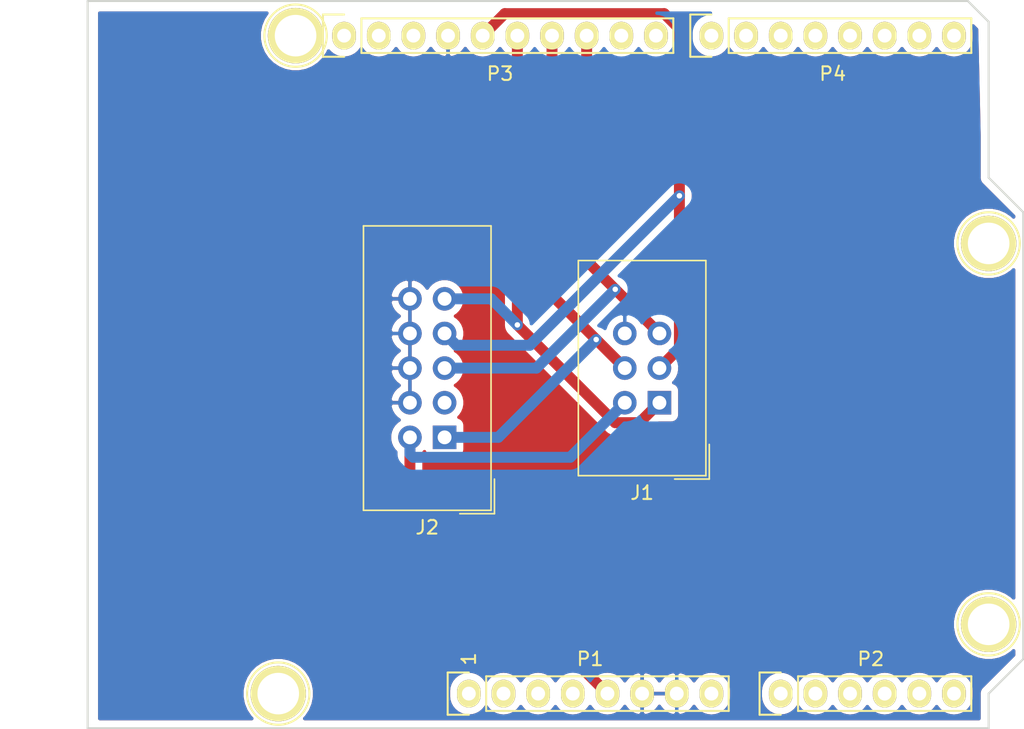
<source format=kicad_pcb>
(kicad_pcb (version 20171130) (host pcbnew "(5.1.12-1-10_14)")

  (general
    (thickness 1.6)
    (drawings 27)
    (tracks 36)
    (zones 0)
    (modules 10)
    (nets 36)
  )

  (page A4)
  (title_block
    (title "Arduino Uno ISP Shield")
    (date 2022-03-15)
  )

  (layers
    (0 F.Cu signal)
    (31 B.Cu signal)
    (32 B.Adhes user)
    (33 F.Adhes user)
    (34 B.Paste user)
    (35 F.Paste user)
    (36 B.SilkS user)
    (37 F.SilkS user)
    (38 B.Mask user)
    (39 F.Mask user)
    (40 Dwgs.User user)
    (41 Cmts.User user)
    (42 Eco1.User user)
    (43 Eco2.User user)
    (44 Edge.Cuts user)
    (45 Margin user)
    (46 B.CrtYd user)
    (47 F.CrtYd user)
    (48 B.Fab user)
    (49 F.Fab user)
  )

  (setup
    (last_trace_width 0.8)
    (user_trace_width 0.2)
    (user_trace_width 0.3)
    (user_trace_width 0.4)
    (user_trace_width 0.5)
    (user_trace_width 0.6)
    (user_trace_width 0.8)
    (user_trace_width 1)
    (trace_clearance 0.2)
    (zone_clearance 0.508)
    (zone_45_only no)
    (trace_min 0.2)
    (via_size 0.6)
    (via_drill 0.4)
    (via_min_size 0.4)
    (via_min_drill 0.3)
    (user_via 0.6 0.3)
    (user_via 0.8 0.4)
    (user_via 1 0.5)
    (user_via 1.2 0.6)
    (uvia_size 0.3)
    (uvia_drill 0.1)
    (uvias_allowed no)
    (uvia_min_size 0.2)
    (uvia_min_drill 0.1)
    (edge_width 0.15)
    (segment_width 0.15)
    (pcb_text_width 0.3)
    (pcb_text_size 1.5 1.5)
    (mod_edge_width 0.15)
    (mod_text_size 1 1)
    (mod_text_width 0.15)
    (pad_size 4.064 4.064)
    (pad_drill 3.048)
    (pad_to_mask_clearance 0)
    (aux_axis_origin 110.998 126.365)
    (grid_origin 110.998 126.365)
    (visible_elements FFFFFF7F)
    (pcbplotparams
      (layerselection 0x010fc_ffffffff)
      (usegerberextensions true)
      (usegerberattributes false)
      (usegerberadvancedattributes false)
      (creategerberjobfile false)
      (excludeedgelayer true)
      (linewidth 0.100000)
      (plotframeref false)
      (viasonmask false)
      (mode 1)
      (useauxorigin false)
      (hpglpennumber 1)
      (hpglpenspeed 20)
      (hpglpendiameter 15.000000)
      (psnegative false)
      (psa4output false)
      (plotreference true)
      (plotvalue true)
      (plotinvisibletext false)
      (padsonsilk false)
      (subtractmaskfromsilk true)
      (outputformat 1)
      (mirror false)
      (drillshape 0)
      (scaleselection 1)
      (outputdirectory ""))
  )

  (net 0 "")
  (net 1 /IOREF)
  (net 2 /Reset)
  (net 3 +5V)
  (net 4 GND)
  (net 5 /Vin)
  (net 6 /A0)
  (net 7 /A1)
  (net 8 /A2)
  (net 9 /A3)
  (net 10 /AREF)
  (net 11 "/A4(SDA)")
  (net 12 "/A5(SCL)")
  (net 13 "/9(**)")
  (net 14 /8)
  (net 15 /7)
  (net 16 "/6(**)")
  (net 17 "/5(**)")
  (net 18 /4)
  (net 19 "/3(**)")
  (net 20 /2)
  (net 21 "/1(Tx)")
  (net 22 "/0(Rx)")
  (net 23 "Net-(P5-Pad1)")
  (net 24 "Net-(P6-Pad1)")
  (net 25 "Net-(P7-Pad1)")
  (net 26 "Net-(P8-Pad1)")
  (net 27 "Net-(P1-Pad1)")
  (net 28 +3V3)
  (net 29 "10(SS)")
  (net 30 "11(MOSI)")
  (net 31 "13(SCK)")
  (net 32 "12(MISO)")
  (net 33 "Net-(J2-Pad3)")
  (net 34 "/_A5(SCL)")
  (net 35 "/_A4(SDA)")

  (net_class Default "This is the default net class."
    (clearance 0.2)
    (trace_width 0.25)
    (via_dia 0.6)
    (via_drill 0.4)
    (uvia_dia 0.3)
    (uvia_drill 0.1)
    (add_net +3V3)
    (add_net +5V)
    (add_net "/0(Rx)")
    (add_net "/1(Tx)")
    (add_net /2)
    (add_net "/3(**)")
    (add_net /4)
    (add_net "/5(**)")
    (add_net "/6(**)")
    (add_net /7)
    (add_net /8)
    (add_net "/9(**)")
    (add_net /A0)
    (add_net /A1)
    (add_net /A2)
    (add_net /A3)
    (add_net "/A4(SDA)")
    (add_net "/A5(SCL)")
    (add_net /AREF)
    (add_net /IOREF)
    (add_net /Reset)
    (add_net /Vin)
    (add_net "/_A4(SDA)")
    (add_net "/_A5(SCL)")
    (add_net "10(SS)")
    (add_net "11(MOSI)")
    (add_net "12(MISO)")
    (add_net "13(SCK)")
    (add_net GND)
    (add_net "Net-(J2-Pad3)")
    (add_net "Net-(P1-Pad1)")
    (add_net "Net-(P5-Pad1)")
    (add_net "Net-(P6-Pad1)")
    (add_net "Net-(P7-Pad1)")
    (add_net "Net-(P8-Pad1)")
  )

  (module Connector_IDC:IDC-Header_2x03_P2.54mm_Vertical (layer F.Cu) (tedit 59DE0819) (tstamp 61212039)
    (at 152.908 102.489 180)
    (descr "Through hole straight IDC box header, 2x03, 2.54mm pitch, double rows")
    (tags "Through hole IDC box header THT 2x03 2.54mm double row")
    (path /61253484)
    (fp_text reference J1 (at 1.27 -6.604) (layer F.SilkS)
      (effects (font (size 1 1) (thickness 0.15)))
    )
    (fp_text value AVR-ISP-6 (at 1.27 11.684) (layer F.Fab)
      (effects (font (size 1 1) (thickness 0.15)))
    )
    (fp_line (start -3.655 -5.6) (end -1.115 -5.6) (layer F.SilkS) (width 0.12))
    (fp_line (start -3.655 -5.6) (end -3.655 -3.06) (layer F.SilkS) (width 0.12))
    (fp_line (start -3.405 -5.35) (end 5.945 -5.35) (layer F.SilkS) (width 0.12))
    (fp_line (start -3.405 10.43) (end -3.405 -5.35) (layer F.SilkS) (width 0.12))
    (fp_line (start 5.945 10.43) (end -3.405 10.43) (layer F.SilkS) (width 0.12))
    (fp_line (start 5.945 -5.35) (end 5.945 10.43) (layer F.SilkS) (width 0.12))
    (fp_line (start -3.41 -5.35) (end 5.95 -5.35) (layer F.CrtYd) (width 0.05))
    (fp_line (start -3.41 10.43) (end -3.41 -5.35) (layer F.CrtYd) (width 0.05))
    (fp_line (start 5.95 10.43) (end -3.41 10.43) (layer F.CrtYd) (width 0.05))
    (fp_line (start 5.95 -5.35) (end 5.95 10.43) (layer F.CrtYd) (width 0.05))
    (fp_line (start -3.155 10.18) (end -2.605 9.62) (layer F.Fab) (width 0.1))
    (fp_line (start -3.155 -5.1) (end -2.605 -4.56) (layer F.Fab) (width 0.1))
    (fp_line (start 5.695 10.18) (end 5.145 9.62) (layer F.Fab) (width 0.1))
    (fp_line (start 5.695 -5.1) (end 5.145 -4.56) (layer F.Fab) (width 0.1))
    (fp_line (start 5.145 9.62) (end -2.605 9.62) (layer F.Fab) (width 0.1))
    (fp_line (start 5.695 10.18) (end -3.155 10.18) (layer F.Fab) (width 0.1))
    (fp_line (start 5.145 -4.56) (end -2.605 -4.56) (layer F.Fab) (width 0.1))
    (fp_line (start 5.695 -5.1) (end -3.155 -5.1) (layer F.Fab) (width 0.1))
    (fp_line (start -2.605 4.79) (end -3.155 4.79) (layer F.Fab) (width 0.1))
    (fp_line (start -2.605 0.29) (end -3.155 0.29) (layer F.Fab) (width 0.1))
    (fp_line (start -2.605 4.79) (end -2.605 9.62) (layer F.Fab) (width 0.1))
    (fp_line (start -2.605 -4.56) (end -2.605 0.29) (layer F.Fab) (width 0.1))
    (fp_line (start -3.155 -5.1) (end -3.155 10.18) (layer F.Fab) (width 0.1))
    (fp_line (start 5.145 -4.56) (end 5.145 9.62) (layer F.Fab) (width 0.1))
    (fp_line (start 5.695 -5.1) (end 5.695 10.18) (layer F.Fab) (width 0.1))
    (fp_text user %R (at 1.27 2.54) (layer F.Fab)
      (effects (font (size 1 1) (thickness 0.15)))
    )
    (pad 6 thru_hole oval (at 2.54 5.08 180) (size 1.7272 1.7272) (drill 1.016) (layers *.Cu *.Mask)
      (net 4 GND))
    (pad 5 thru_hole oval (at 0 5.08 180) (size 1.7272 1.7272) (drill 1.016) (layers *.Cu *.Mask)
      (net 29 "10(SS)"))
    (pad 4 thru_hole oval (at 2.54 2.54 180) (size 1.7272 1.7272) (drill 1.016) (layers *.Cu *.Mask)
      (net 30 "11(MOSI)"))
    (pad 3 thru_hole oval (at 0 2.54 180) (size 1.7272 1.7272) (drill 1.016) (layers *.Cu *.Mask)
      (net 31 "13(SCK)"))
    (pad 2 thru_hole oval (at 2.54 0 180) (size 1.7272 1.7272) (drill 1.016) (layers *.Cu *.Mask)
      (net 3 +5V))
    (pad 1 thru_hole rect (at 0 0 180) (size 1.7272 1.7272) (drill 1.016) (layers *.Cu *.Mask)
      (net 32 "12(MISO)"))
    (model ${KISYS3DMOD}/Connector_IDC.3dshapes/IDC-Header_2x03_P2.54mm_Vertical.wrl
      (at (xyz 0 0 0))
      (scale (xyz 1 1 1))
      (rotate (xyz 0 0 0))
    )
  )

  (module Connector_IDC:IDC-Header_2x05_P2.54mm_Vertical (layer F.Cu) (tedit 59DE0611) (tstamp 61212061)
    (at 137.16 105.029 180)
    (descr "Through hole straight IDC box header, 2x05, 2.54mm pitch, double rows")
    (tags "Through hole IDC box header THT 2x05 2.54mm double row")
    (path /6125409E)
    (fp_text reference J2 (at 1.27 -6.604) (layer F.SilkS)
      (effects (font (size 1 1) (thickness 0.15)))
    )
    (fp_text value AVR-ISP-10 (at 1.27 16.764) (layer F.Fab)
      (effects (font (size 1 1) (thickness 0.15)))
    )
    (fp_line (start -3.655 -5.6) (end -1.115 -5.6) (layer F.SilkS) (width 0.12))
    (fp_line (start -3.655 -5.6) (end -3.655 -3.06) (layer F.SilkS) (width 0.12))
    (fp_line (start -3.405 -5.35) (end 5.945 -5.35) (layer F.SilkS) (width 0.12))
    (fp_line (start -3.405 15.51) (end -3.405 -5.35) (layer F.SilkS) (width 0.12))
    (fp_line (start 5.945 15.51) (end -3.405 15.51) (layer F.SilkS) (width 0.12))
    (fp_line (start 5.945 -5.35) (end 5.945 15.51) (layer F.SilkS) (width 0.12))
    (fp_line (start -3.41 -5.35) (end 5.95 -5.35) (layer F.CrtYd) (width 0.05))
    (fp_line (start -3.41 15.51) (end -3.41 -5.35) (layer F.CrtYd) (width 0.05))
    (fp_line (start 5.95 15.51) (end -3.41 15.51) (layer F.CrtYd) (width 0.05))
    (fp_line (start 5.95 -5.35) (end 5.95 15.51) (layer F.CrtYd) (width 0.05))
    (fp_line (start -3.155 15.26) (end -2.605 14.7) (layer F.Fab) (width 0.1))
    (fp_line (start -3.155 -5.1) (end -2.605 -4.56) (layer F.Fab) (width 0.1))
    (fp_line (start 5.695 15.26) (end 5.145 14.7) (layer F.Fab) (width 0.1))
    (fp_line (start 5.695 -5.1) (end 5.145 -4.56) (layer F.Fab) (width 0.1))
    (fp_line (start 5.145 14.7) (end -2.605 14.7) (layer F.Fab) (width 0.1))
    (fp_line (start 5.695 15.26) (end -3.155 15.26) (layer F.Fab) (width 0.1))
    (fp_line (start 5.145 -4.56) (end -2.605 -4.56) (layer F.Fab) (width 0.1))
    (fp_line (start 5.695 -5.1) (end -3.155 -5.1) (layer F.Fab) (width 0.1))
    (fp_line (start -2.605 7.33) (end -3.155 7.33) (layer F.Fab) (width 0.1))
    (fp_line (start -2.605 2.83) (end -3.155 2.83) (layer F.Fab) (width 0.1))
    (fp_line (start -2.605 7.33) (end -2.605 14.7) (layer F.Fab) (width 0.1))
    (fp_line (start -2.605 -4.56) (end -2.605 2.83) (layer F.Fab) (width 0.1))
    (fp_line (start -3.155 -5.1) (end -3.155 15.26) (layer F.Fab) (width 0.1))
    (fp_line (start 5.145 -4.56) (end 5.145 14.7) (layer F.Fab) (width 0.1))
    (fp_line (start 5.695 -5.1) (end 5.695 15.26) (layer F.Fab) (width 0.1))
    (fp_text user %R (at 1.27 5.08) (layer F.Fab)
      (effects (font (size 1 1) (thickness 0.15)))
    )
    (pad 10 thru_hole oval (at 2.54 10.16 180) (size 1.7272 1.7272) (drill 1.016) (layers *.Cu *.Mask)
      (net 4 GND))
    (pad 9 thru_hole oval (at 0 10.16 180) (size 1.7272 1.7272) (drill 1.016) (layers *.Cu *.Mask)
      (net 32 "12(MISO)"))
    (pad 8 thru_hole oval (at 2.54 7.62 180) (size 1.7272 1.7272) (drill 1.016) (layers *.Cu *.Mask)
      (net 4 GND))
    (pad 7 thru_hole oval (at 0 7.62 180) (size 1.7272 1.7272) (drill 1.016) (layers *.Cu *.Mask)
      (net 31 "13(SCK)"))
    (pad 6 thru_hole oval (at 2.54 5.08 180) (size 1.7272 1.7272) (drill 1.016) (layers *.Cu *.Mask)
      (net 4 GND))
    (pad 5 thru_hole oval (at 0 5.08 180) (size 1.7272 1.7272) (drill 1.016) (layers *.Cu *.Mask)
      (net 29 "10(SS)"))
    (pad 4 thru_hole oval (at 2.54 2.54 180) (size 1.7272 1.7272) (drill 1.016) (layers *.Cu *.Mask)
      (net 4 GND))
    (pad 3 thru_hole oval (at 0 2.54 180) (size 1.7272 1.7272) (drill 1.016) (layers *.Cu *.Mask)
      (net 33 "Net-(J2-Pad3)"))
    (pad 2 thru_hole oval (at 2.54 0 180) (size 1.7272 1.7272) (drill 1.016) (layers *.Cu *.Mask)
      (net 3 +5V))
    (pad 1 thru_hole rect (at 0 0 180) (size 1.7272 1.7272) (drill 1.016) (layers *.Cu *.Mask)
      (net 30 "11(MOSI)"))
    (model ${KISYS3DMOD}/Connector_IDC.3dshapes/IDC-Header_2x05_P2.54mm_Vertical.wrl
      (at (xyz 0 0 0))
      (scale (xyz 1 1 1))
      (rotate (xyz 0 0 0))
    )
  )

  (module Socket_Arduino_Uno:Socket_Strip_Arduino_1x08 locked (layer F.Cu) (tedit 552168D2) (tstamp 551AF9EA)
    (at 138.938 123.825)
    (descr "Through hole socket strip")
    (tags "socket strip")
    (path /56D70129)
    (fp_text reference P1 (at 8.89 -2.54) (layer F.SilkS)
      (effects (font (size 1 1) (thickness 0.15)))
    )
    (fp_text value Power (at 8.89 -4.064) (layer F.Fab)
      (effects (font (size 1 1) (thickness 0.15)))
    )
    (fp_line (start -1.75 -1.75) (end -1.75 1.75) (layer F.CrtYd) (width 0.05))
    (fp_line (start 19.55 -1.75) (end 19.55 1.75) (layer F.CrtYd) (width 0.05))
    (fp_line (start -1.75 -1.75) (end 19.55 -1.75) (layer F.CrtYd) (width 0.05))
    (fp_line (start -1.75 1.75) (end 19.55 1.75) (layer F.CrtYd) (width 0.05))
    (fp_line (start 1.27 1.27) (end 19.05 1.27) (layer F.SilkS) (width 0.15))
    (fp_line (start 19.05 1.27) (end 19.05 -1.27) (layer F.SilkS) (width 0.15))
    (fp_line (start 19.05 -1.27) (end 1.27 -1.27) (layer F.SilkS) (width 0.15))
    (fp_line (start -1.55 1.55) (end 0 1.55) (layer F.SilkS) (width 0.15))
    (fp_line (start 1.27 1.27) (end 1.27 -1.27) (layer F.SilkS) (width 0.15))
    (fp_line (start 0 -1.55) (end -1.55 -1.55) (layer F.SilkS) (width 0.15))
    (fp_line (start -1.55 -1.55) (end -1.55 1.55) (layer F.SilkS) (width 0.15))
    (pad 1 thru_hole oval (at 0 0) (size 1.7272 2.032) (drill 1.016) (layers *.Cu *.Mask F.SilkS)
      (net 27 "Net-(P1-Pad1)"))
    (pad 2 thru_hole oval (at 2.54 0) (size 1.7272 2.032) (drill 1.016) (layers *.Cu *.Mask F.SilkS)
      (net 1 /IOREF))
    (pad 3 thru_hole oval (at 5.08 0) (size 1.7272 2.032) (drill 1.016) (layers *.Cu *.Mask F.SilkS)
      (net 2 /Reset))
    (pad 4 thru_hole oval (at 7.62 0) (size 1.7272 2.032) (drill 1.016) (layers *.Cu *.Mask F.SilkS)
      (net 28 +3V3))
    (pad 5 thru_hole oval (at 10.16 0) (size 1.7272 2.032) (drill 1.016) (layers *.Cu *.Mask F.SilkS)
      (net 3 +5V))
    (pad 6 thru_hole oval (at 12.7 0) (size 1.7272 2.032) (drill 1.016) (layers *.Cu *.Mask F.SilkS)
      (net 4 GND))
    (pad 7 thru_hole oval (at 15.24 0) (size 1.7272 2.032) (drill 1.016) (layers *.Cu *.Mask F.SilkS)
      (net 4 GND))
    (pad 8 thru_hole oval (at 17.78 0) (size 1.7272 2.032) (drill 1.016) (layers *.Cu *.Mask F.SilkS)
      (net 5 /Vin))
    (model ${KIPRJMOD}/Socket_Arduino_Uno.3dshapes/Socket_header_Arduino_1x08.wrl
      (offset (xyz 8.889999866485596 0 0))
      (scale (xyz 1 1 1))
      (rotate (xyz 0 0 180))
    )
  )

  (module Socket_Arduino_Uno:Socket_Strip_Arduino_1x06 locked (layer F.Cu) (tedit 552168D6) (tstamp 551AF9FF)
    (at 161.798 123.825)
    (descr "Through hole socket strip")
    (tags "socket strip")
    (path /56D70DD8)
    (fp_text reference P2 (at 6.604 -2.54) (layer F.SilkS)
      (effects (font (size 1 1) (thickness 0.15)))
    )
    (fp_text value Analog (at 6.604 -4.064) (layer F.Fab)
      (effects (font (size 1 1) (thickness 0.15)))
    )
    (fp_line (start -1.75 -1.75) (end -1.75 1.75) (layer F.CrtYd) (width 0.05))
    (fp_line (start 14.45 -1.75) (end 14.45 1.75) (layer F.CrtYd) (width 0.05))
    (fp_line (start -1.75 -1.75) (end 14.45 -1.75) (layer F.CrtYd) (width 0.05))
    (fp_line (start -1.75 1.75) (end 14.45 1.75) (layer F.CrtYd) (width 0.05))
    (fp_line (start 1.27 1.27) (end 13.97 1.27) (layer F.SilkS) (width 0.15))
    (fp_line (start 13.97 1.27) (end 13.97 -1.27) (layer F.SilkS) (width 0.15))
    (fp_line (start 13.97 -1.27) (end 1.27 -1.27) (layer F.SilkS) (width 0.15))
    (fp_line (start -1.55 1.55) (end 0 1.55) (layer F.SilkS) (width 0.15))
    (fp_line (start 1.27 1.27) (end 1.27 -1.27) (layer F.SilkS) (width 0.15))
    (fp_line (start 0 -1.55) (end -1.55 -1.55) (layer F.SilkS) (width 0.15))
    (fp_line (start -1.55 -1.55) (end -1.55 1.55) (layer F.SilkS) (width 0.15))
    (pad 1 thru_hole oval (at 0 0) (size 1.7272 2.032) (drill 1.016) (layers *.Cu *.Mask F.SilkS)
      (net 6 /A0))
    (pad 2 thru_hole oval (at 2.54 0) (size 1.7272 2.032) (drill 1.016) (layers *.Cu *.Mask F.SilkS)
      (net 7 /A1))
    (pad 3 thru_hole oval (at 5.08 0) (size 1.7272 2.032) (drill 1.016) (layers *.Cu *.Mask F.SilkS)
      (net 8 /A2))
    (pad 4 thru_hole oval (at 7.62 0) (size 1.7272 2.032) (drill 1.016) (layers *.Cu *.Mask F.SilkS)
      (net 9 /A3))
    (pad 5 thru_hole oval (at 10.16 0) (size 1.7272 2.032) (drill 1.016) (layers *.Cu *.Mask F.SilkS)
      (net 11 "/A4(SDA)"))
    (pad 6 thru_hole oval (at 12.7 0) (size 1.7272 2.032) (drill 1.016) (layers *.Cu *.Mask F.SilkS)
      (net 12 "/A5(SCL)"))
    (model ${KIPRJMOD}/Socket_Arduino_Uno.3dshapes/Socket_header_Arduino_1x06.wrl
      (offset (xyz 6.349999904632568 0 0))
      (scale (xyz 1 1 1))
      (rotate (xyz 0 0 180))
    )
  )

  (module Socket_Arduino_Uno:Socket_Strip_Arduino_1x10 locked (layer F.Cu) (tedit 552168BF) (tstamp 551AFA18)
    (at 129.794 75.565)
    (descr "Through hole socket strip")
    (tags "socket strip")
    (path /56D721E0)
    (fp_text reference P3 (at 11.43 2.794) (layer F.SilkS)
      (effects (font (size 1 1) (thickness 0.15)))
    )
    (fp_text value Digital (at 11.43 4.318) (layer F.Fab)
      (effects (font (size 1 1) (thickness 0.15)))
    )
    (fp_line (start -1.75 -1.75) (end -1.75 1.75) (layer F.CrtYd) (width 0.05))
    (fp_line (start 24.65 -1.75) (end 24.65 1.75) (layer F.CrtYd) (width 0.05))
    (fp_line (start -1.75 -1.75) (end 24.65 -1.75) (layer F.CrtYd) (width 0.05))
    (fp_line (start -1.75 1.75) (end 24.65 1.75) (layer F.CrtYd) (width 0.05))
    (fp_line (start 1.27 1.27) (end 24.13 1.27) (layer F.SilkS) (width 0.15))
    (fp_line (start 24.13 1.27) (end 24.13 -1.27) (layer F.SilkS) (width 0.15))
    (fp_line (start 24.13 -1.27) (end 1.27 -1.27) (layer F.SilkS) (width 0.15))
    (fp_line (start -1.55 1.55) (end 0 1.55) (layer F.SilkS) (width 0.15))
    (fp_line (start 1.27 1.27) (end 1.27 -1.27) (layer F.SilkS) (width 0.15))
    (fp_line (start 0 -1.55) (end -1.55 -1.55) (layer F.SilkS) (width 0.15))
    (fp_line (start -1.55 -1.55) (end -1.55 1.55) (layer F.SilkS) (width 0.15))
    (pad 1 thru_hole oval (at 0 0) (size 1.7272 2.032) (drill 1.016) (layers *.Cu *.Mask F.SilkS)
      (net 34 "/_A5(SCL)"))
    (pad 2 thru_hole oval (at 2.54 0) (size 1.7272 2.032) (drill 1.016) (layers *.Cu *.Mask F.SilkS)
      (net 35 "/_A4(SDA)"))
    (pad 3 thru_hole oval (at 5.08 0) (size 1.7272 2.032) (drill 1.016) (layers *.Cu *.Mask F.SilkS)
      (net 10 /AREF))
    (pad 4 thru_hole oval (at 7.62 0) (size 1.7272 2.032) (drill 1.016) (layers *.Cu *.Mask F.SilkS)
      (net 4 GND))
    (pad 5 thru_hole oval (at 10.16 0) (size 1.7272 2.032) (drill 1.016) (layers *.Cu *.Mask F.SilkS)
      (net 31 "13(SCK)"))
    (pad 6 thru_hole oval (at 12.7 0) (size 1.7272 2.032) (drill 1.016) (layers *.Cu *.Mask F.SilkS)
      (net 32 "12(MISO)"))
    (pad 7 thru_hole oval (at 15.24 0) (size 1.7272 2.032) (drill 1.016) (layers *.Cu *.Mask F.SilkS)
      (net 30 "11(MOSI)"))
    (pad 8 thru_hole oval (at 17.78 0) (size 1.7272 2.032) (drill 1.016) (layers *.Cu *.Mask F.SilkS)
      (net 29 "10(SS)"))
    (pad 9 thru_hole oval (at 20.32 0) (size 1.7272 2.032) (drill 1.016) (layers *.Cu *.Mask F.SilkS)
      (net 13 "/9(**)"))
    (pad 10 thru_hole oval (at 22.86 0) (size 1.7272 2.032) (drill 1.016) (layers *.Cu *.Mask F.SilkS)
      (net 14 /8))
    (model ${KIPRJMOD}/Socket_Arduino_Uno.3dshapes/Socket_header_Arduino_1x10.wrl
      (offset (xyz 11.42999982833862 0 0))
      (scale (xyz 1 1 1))
      (rotate (xyz 0 0 180))
    )
  )

  (module Socket_Arduino_Uno:Socket_Strip_Arduino_1x08 locked (layer F.Cu) (tedit 552168C7) (tstamp 551AFA2F)
    (at 156.718 75.565)
    (descr "Through hole socket strip")
    (tags "socket strip")
    (path /56D7164F)
    (fp_text reference P4 (at 8.89 2.794) (layer F.SilkS)
      (effects (font (size 1 1) (thickness 0.15)))
    )
    (fp_text value Digital (at 8.89 4.318) (layer F.Fab)
      (effects (font (size 1 1) (thickness 0.15)))
    )
    (fp_line (start -1.75 -1.75) (end -1.75 1.75) (layer F.CrtYd) (width 0.05))
    (fp_line (start 19.55 -1.75) (end 19.55 1.75) (layer F.CrtYd) (width 0.05))
    (fp_line (start -1.75 -1.75) (end 19.55 -1.75) (layer F.CrtYd) (width 0.05))
    (fp_line (start -1.75 1.75) (end 19.55 1.75) (layer F.CrtYd) (width 0.05))
    (fp_line (start 1.27 1.27) (end 19.05 1.27) (layer F.SilkS) (width 0.15))
    (fp_line (start 19.05 1.27) (end 19.05 -1.27) (layer F.SilkS) (width 0.15))
    (fp_line (start 19.05 -1.27) (end 1.27 -1.27) (layer F.SilkS) (width 0.15))
    (fp_line (start -1.55 1.55) (end 0 1.55) (layer F.SilkS) (width 0.15))
    (fp_line (start 1.27 1.27) (end 1.27 -1.27) (layer F.SilkS) (width 0.15))
    (fp_line (start 0 -1.55) (end -1.55 -1.55) (layer F.SilkS) (width 0.15))
    (fp_line (start -1.55 -1.55) (end -1.55 1.55) (layer F.SilkS) (width 0.15))
    (pad 1 thru_hole oval (at 0 0) (size 1.7272 2.032) (drill 1.016) (layers *.Cu *.Mask F.SilkS)
      (net 15 /7))
    (pad 2 thru_hole oval (at 2.54 0) (size 1.7272 2.032) (drill 1.016) (layers *.Cu *.Mask F.SilkS)
      (net 16 "/6(**)"))
    (pad 3 thru_hole oval (at 5.08 0) (size 1.7272 2.032) (drill 1.016) (layers *.Cu *.Mask F.SilkS)
      (net 17 "/5(**)"))
    (pad 4 thru_hole oval (at 7.62 0) (size 1.7272 2.032) (drill 1.016) (layers *.Cu *.Mask F.SilkS)
      (net 18 /4))
    (pad 5 thru_hole oval (at 10.16 0) (size 1.7272 2.032) (drill 1.016) (layers *.Cu *.Mask F.SilkS)
      (net 19 "/3(**)"))
    (pad 6 thru_hole oval (at 12.7 0) (size 1.7272 2.032) (drill 1.016) (layers *.Cu *.Mask F.SilkS)
      (net 20 /2))
    (pad 7 thru_hole oval (at 15.24 0) (size 1.7272 2.032) (drill 1.016) (layers *.Cu *.Mask F.SilkS)
      (net 21 "/1(Tx)"))
    (pad 8 thru_hole oval (at 17.78 0) (size 1.7272 2.032) (drill 1.016) (layers *.Cu *.Mask F.SilkS)
      (net 22 "/0(Rx)"))
    (model ${KIPRJMOD}/Socket_Arduino_Uno.3dshapes/Socket_header_Arduino_1x08.wrl
      (offset (xyz 8.889999866485596 0 0))
      (scale (xyz 1 1 1))
      (rotate (xyz 0 0 180))
    )
  )

  (module Socket_Arduino_Uno:Arduino_1pin locked (layer F.Cu) (tedit 5524FC39) (tstamp 5524FC3F)
    (at 124.968 123.825)
    (descr "module 1 pin (ou trou mecanique de percage)")
    (tags DEV)
    (path /56D71177)
    (fp_text reference P5 (at 0 -3.048) (layer F.SilkS) hide
      (effects (font (size 1 1) (thickness 0.15)))
    )
    (fp_text value CONN_01X01 (at 0 2.794) (layer F.Fab) hide
      (effects (font (size 1 1) (thickness 0.15)))
    )
    (fp_circle (center 0 0) (end 0 -2.286) (layer F.SilkS) (width 0.15))
    (pad 1 thru_hole circle (at 0 0) (size 4.064 4.064) (drill 3.048) (layers *.Cu *.Mask F.SilkS)
      (net 23 "Net-(P5-Pad1)"))
  )

  (module Socket_Arduino_Uno:Arduino_1pin locked (layer F.Cu) (tedit 5524FC4A) (tstamp 5524FC44)
    (at 177.038 118.745)
    (descr "module 1 pin (ou trou mecanique de percage)")
    (tags DEV)
    (path /56D71274)
    (fp_text reference P6 (at 0 -3.048) (layer F.SilkS) hide
      (effects (font (size 1 1) (thickness 0.15)))
    )
    (fp_text value CONN_01X01 (at 0 2.794) (layer F.Fab) hide
      (effects (font (size 1 1) (thickness 0.15)))
    )
    (fp_circle (center 0 0) (end 0 -2.286) (layer F.SilkS) (width 0.15))
    (pad 1 thru_hole circle (at 0 0) (size 4.064 4.064) (drill 3.048) (layers *.Cu *.Mask F.SilkS)
      (net 24 "Net-(P6-Pad1)"))
  )

  (module Socket_Arduino_Uno:Arduino_1pin locked (layer F.Cu) (tedit 5524FC2F) (tstamp 5524FC49)
    (at 126.238 75.565)
    (descr "module 1 pin (ou trou mecanique de percage)")
    (tags DEV)
    (path /56D712A8)
    (fp_text reference P7 (at 0 -3.048) (layer F.SilkS) hide
      (effects (font (size 1 1) (thickness 0.15)))
    )
    (fp_text value CONN_01X01 (at 0 2.794) (layer F.Fab) hide
      (effects (font (size 1 1) (thickness 0.15)))
    )
    (fp_circle (center 0 0) (end 0 -2.286) (layer F.SilkS) (width 0.15))
    (pad 1 thru_hole circle (at 0 0) (size 4.064 4.064) (drill 3.048) (layers *.Cu *.Mask F.SilkS)
      (net 25 "Net-(P7-Pad1)"))
  )

  (module Socket_Arduino_Uno:Arduino_1pin locked (layer F.Cu) (tedit 5524FC41) (tstamp 5524FC4E)
    (at 177.038 90.805)
    (descr "module 1 pin (ou trou mecanique de percage)")
    (tags DEV)
    (path /56D712DB)
    (fp_text reference P8 (at 0 -3.048) (layer F.SilkS) hide
      (effects (font (size 1 1) (thickness 0.15)))
    )
    (fp_text value CONN_01X01 (at 0 2.794) (layer F.Fab) hide
      (effects (font (size 1 1) (thickness 0.15)))
    )
    (fp_circle (center 0 0) (end 0 -2.286) (layer F.SilkS) (width 0.15))
    (pad 1 thru_hole circle (at 0 0) (size 4.064 4.064) (drill 3.048) (layers *.Cu *.Mask F.SilkS)
      (net 26 "Net-(P8-Pad1)"))
  )

  (gr_text 1 (at 138.938 121.285 90) (layer F.SilkS)
    (effects (font (size 1 1) (thickness 0.15)))
  )
  (gr_circle (center 117.348 76.962) (end 118.618 76.962) (layer Dwgs.User) (width 0.15))
  (gr_line (start 114.427 78.994) (end 114.427 74.93) (angle 90) (layer Dwgs.User) (width 0.15))
  (gr_line (start 120.269 78.994) (end 114.427 78.994) (angle 90) (layer Dwgs.User) (width 0.15))
  (gr_line (start 120.269 74.93) (end 120.269 78.994) (angle 90) (layer Dwgs.User) (width 0.15))
  (gr_line (start 114.427 74.93) (end 120.269 74.93) (angle 90) (layer Dwgs.User) (width 0.15))
  (gr_line (start 120.523 93.98) (end 104.648 93.98) (angle 90) (layer Dwgs.User) (width 0.15))
  (gr_line (start 177.038 74.549) (end 175.514 73.025) (angle 90) (layer Edge.Cuts) (width 0.15))
  (gr_line (start 177.038 85.979) (end 177.038 74.549) (angle 90) (layer Edge.Cuts) (width 0.15))
  (gr_line (start 179.578 88.519) (end 177.038 85.979) (angle 90) (layer Edge.Cuts) (width 0.15))
  (gr_line (start 179.578 121.285) (end 179.578 88.519) (angle 90) (layer Edge.Cuts) (width 0.15))
  (gr_line (start 177.038 123.825) (end 179.578 121.285) (angle 90) (layer Edge.Cuts) (width 0.15))
  (gr_line (start 177.038 126.365) (end 177.038 123.825) (angle 90) (layer Edge.Cuts) (width 0.15))
  (gr_line (start 110.998 126.365) (end 177.038 126.365) (angle 90) (layer Edge.Cuts) (width 0.15))
  (gr_line (start 110.998 73.025) (end 110.998 126.365) (angle 90) (layer Edge.Cuts) (width 0.15))
  (gr_line (start 175.514 73.025) (end 110.998 73.025) (angle 90) (layer Edge.Cuts) (width 0.15))
  (gr_line (start 173.355 102.235) (end 173.355 94.615) (angle 90) (layer Dwgs.User) (width 0.15))
  (gr_line (start 178.435 102.235) (end 173.355 102.235) (angle 90) (layer Dwgs.User) (width 0.15))
  (gr_line (start 178.435 94.615) (end 178.435 102.235) (angle 90) (layer Dwgs.User) (width 0.15))
  (gr_line (start 173.355 94.615) (end 178.435 94.615) (angle 90) (layer Dwgs.User) (width 0.15))
  (gr_line (start 109.093 123.19) (end 109.093 114.3) (angle 90) (layer Dwgs.User) (width 0.15))
  (gr_line (start 122.428 123.19) (end 109.093 123.19) (angle 90) (layer Dwgs.User) (width 0.15))
  (gr_line (start 122.428 114.3) (end 122.428 123.19) (angle 90) (layer Dwgs.User) (width 0.15))
  (gr_line (start 109.093 114.3) (end 122.428 114.3) (angle 90) (layer Dwgs.User) (width 0.15))
  (gr_line (start 104.648 93.98) (end 104.648 82.55) (angle 90) (layer Dwgs.User) (width 0.15))
  (gr_line (start 120.523 82.55) (end 120.523 93.98) (angle 90) (layer Dwgs.User) (width 0.15))
  (gr_line (start 104.648 82.55) (end 120.523 82.55) (angle 90) (layer Dwgs.User) (width 0.15))

  (segment (start 150.252001 102.604999) (end 150.368 102.489) (width 0.8) (layer F.Cu) (net 3))
  (segment (start 134.62 106.250314) (end 134.62 105.029) (width 0.8) (layer B.Cu) (net 3))
  (segment (start 134.862287 106.492601) (end 134.62 106.250314) (width 0.8) (layer B.Cu) (net 3))
  (segment (start 146.364399 106.492601) (end 134.862287 106.492601) (width 0.8) (layer B.Cu) (net 3))
  (segment (start 150.368 102.489) (end 146.364399 106.492601) (width 0.8) (layer B.Cu) (net 3))
  (segment (start 134.62 109.347) (end 149.098 123.825) (width 0.8) (layer F.Cu) (net 3))
  (segment (start 134.62 105.029) (end 134.62 109.347) (width 0.8) (layer F.Cu) (net 3))
  (segment (start 147.574 75.565) (end 147.574 92.075) (width 0.8) (layer F.Cu) (net 29))
  (segment (start 143.891 99.949) (end 149.6695 94.1705) (width 0.8) (layer B.Cu) (net 29))
  (segment (start 137.16 99.949) (end 143.891 99.949) (width 0.8) (layer B.Cu) (net 29))
  (segment (start 149.6695 94.1705) (end 152.908 97.409) (width 0.8) (layer F.Cu) (net 29))
  (via (at 149.6695 94.1705) (size 0.6) (drill 0.4) (layers F.Cu B.Cu) (net 29))
  (segment (start 147.574 92.075) (end 149.6695 94.1705) (width 0.8) (layer F.Cu) (net 29))
  (segment (start 145.034 75.565) (end 145.034 94.615) (width 0.8) (layer F.Cu) (net 30))
  (via (at 148.2725 97.8535) (size 0.6) (drill 0.4) (layers F.Cu B.Cu) (net 30))
  (segment (start 141.097 105.029) (end 148.2725 97.8535) (width 0.8) (layer B.Cu) (net 30))
  (segment (start 148.2725 97.8535) (end 150.368 99.949) (width 0.8) (layer F.Cu) (net 30))
  (segment (start 137.16 105.029) (end 141.097 105.029) (width 0.8) (layer B.Cu) (net 30))
  (segment (start 145.034 94.615) (end 148.2725 97.8535) (width 0.8) (layer F.Cu) (net 30))
  (segment (start 153.260247 73.94899) (end 154.371601 75.060344) (width 0.8) (layer F.Cu) (net 31))
  (segment (start 141.57001 73.94899) (end 153.260247 73.94899) (width 0.8) (layer F.Cu) (net 31))
  (segment (start 154.371601 98.485399) (end 152.908 99.949) (width 0.8) (layer F.Cu) (net 31))
  (segment (start 139.954 75.565) (end 141.57001 73.94899) (width 0.8) (layer F.Cu) (net 31))
  (via (at 154.371601 87.309399) (size 0.6) (drill 0.4) (layers F.Cu B.Cu) (net 31))
  (segment (start 137.16 97.409) (end 138.023599 98.272599) (width 0.8) (layer B.Cu) (net 31))
  (segment (start 138.023599 98.272599) (end 143.408401 98.272599) (width 0.8) (layer B.Cu) (net 31))
  (segment (start 143.408401 98.272599) (end 154.371601 87.309399) (width 0.8) (layer B.Cu) (net 31))
  (segment (start 154.371601 87.309399) (end 154.371601 98.485399) (width 0.8) (layer F.Cu) (net 31))
  (segment (start 154.371601 75.060344) (end 154.371601 87.309399) (width 0.8) (layer F.Cu) (net 31))
  (segment (start 149.665471 103.952601) (end 151.444399 103.952601) (width 0.8) (layer F.Cu) (net 32))
  (segment (start 142.494 96.78113) (end 149.665471 103.952601) (width 0.8) (layer F.Cu) (net 32))
  (segment (start 151.444399 103.952601) (end 152.908 102.489) (width 0.8) (layer F.Cu) (net 32))
  (segment (start 142.494 75.565) (end 142.494 96.78113) (width 0.8) (layer F.Cu) (net 32))
  (via (at 142.494 96.78113) (size 0.6) (drill 0.4) (layers F.Cu B.Cu) (net 32))
  (segment (start 140.58187 94.869) (end 142.494 96.78113) (width 0.8) (layer B.Cu) (net 32))
  (segment (start 137.16 94.869) (end 140.58187 94.869) (width 0.8) (layer B.Cu) (net 32))

  (zone (net 4) (net_name GND) (layer F.Cu) (tstamp 6122BC5F) (hatch edge 0.508)
    (connect_pads (clearance 0.508))
    (min_thickness 0.254)
    (fill yes (arc_segments 32) (thermal_gap 0.508) (thermal_bridge_width 0.255))
    (polygon
      (pts
        (xy 176.276 75.057) (xy 176.53 85.979) (xy 176.53 86.233) (xy 179.07 88.773) (xy 179.07 121.031)
        (xy 176.53 123.571) (xy 176.53 125.857) (xy 111.76 125.857) (xy 111.76 73.787) (xy 175.006 73.787)
      )
    )
    (filled_polygon
      (pts
        (xy 123.874536 74.301702) (xy 123.673492 74.787065) (xy 123.571 75.302323) (xy 123.571 75.827677) (xy 123.673492 76.342935)
        (xy 123.874536 76.828298) (xy 124.166406 77.265113) (xy 124.537887 77.636594) (xy 124.974702 77.928464) (xy 125.460065 78.129508)
        (xy 125.975323 78.232) (xy 126.500677 78.232) (xy 127.015935 78.129508) (xy 127.501298 77.928464) (xy 127.938113 77.636594)
        (xy 128.309594 77.265113) (xy 128.601464 76.828298) (xy 128.657001 76.694219) (xy 128.729203 76.782197) (xy 128.957395 76.969469)
        (xy 129.217737 77.108625) (xy 129.500224 77.194316) (xy 129.794 77.223251) (xy 130.087777 77.194316) (xy 130.370264 77.108625)
        (xy 130.630606 76.969469) (xy 130.858797 76.782197) (xy 131.046069 76.554006) (xy 131.064 76.520459) (xy 131.081931 76.554006)
        (xy 131.269203 76.782197) (xy 131.497395 76.969469) (xy 131.757737 77.108625) (xy 132.040224 77.194316) (xy 132.334 77.223251)
        (xy 132.627777 77.194316) (xy 132.910264 77.108625) (xy 133.170606 76.969469) (xy 133.398797 76.782197) (xy 133.586069 76.554006)
        (xy 133.604 76.520459) (xy 133.621931 76.554006) (xy 133.809203 76.782197) (xy 134.037395 76.969469) (xy 134.297737 77.108625)
        (xy 134.580224 77.194316) (xy 134.874 77.223251) (xy 135.167777 77.194316) (xy 135.450264 77.108625) (xy 135.710606 76.969469)
        (xy 135.938797 76.782197) (xy 136.126069 76.554006) (xy 136.148111 76.512769) (xy 136.168238 76.550394) (xy 136.354684 76.777424)
        (xy 136.581839 76.963718) (xy 136.840973 77.102117) (xy 137.122128 77.187302) (xy 137.179073 77.197472) (xy 137.4135 77.05725)
        (xy 137.4135 75.5655) (xy 137.3935 75.5655) (xy 137.3935 75.5645) (xy 137.4135 75.5645) (xy 137.4135 75.5445)
        (xy 137.4145 75.5445) (xy 137.4145 75.5645) (xy 137.4345 75.5645) (xy 137.4345 75.5655) (xy 137.4145 75.5655)
        (xy 137.4145 77.05725) (xy 137.648927 77.197472) (xy 137.705872 77.187302) (xy 137.987027 77.102117) (xy 138.246161 76.963718)
        (xy 138.473316 76.777424) (xy 138.659762 76.550394) (xy 138.679889 76.512769) (xy 138.701931 76.554006) (xy 138.889203 76.782197)
        (xy 139.117395 76.969469) (xy 139.377737 77.108625) (xy 139.660224 77.194316) (xy 139.954 77.223251) (xy 140.247777 77.194316)
        (xy 140.530264 77.108625) (xy 140.790606 76.969469) (xy 141.018797 76.782197) (xy 141.206069 76.554006) (xy 141.224 76.520459)
        (xy 141.241931 76.554006) (xy 141.429203 76.782197) (xy 141.459 76.806651) (xy 141.459001 96.730292) (xy 141.453994 96.78113)
        (xy 141.473977 96.984025) (xy 141.53316 97.179123) (xy 141.629266 97.358927) (xy 141.708527 97.455506) (xy 141.758605 97.516526)
        (xy 141.798093 97.548933) (xy 148.897668 104.648509) (xy 148.930075 104.687997) (xy 148.969563 104.720404) (xy 149.087673 104.817335)
        (xy 149.267477 104.913442) (xy 149.312886 104.927216) (xy 149.462576 104.972625) (xy 149.614633 104.987601) (xy 149.614636 104.987601)
        (xy 149.665471 104.992608) (xy 149.716306 104.987601) (xy 151.393571 104.987601) (xy 151.444399 104.992607) (xy 151.495227 104.987601)
        (xy 151.495237 104.987601) (xy 151.647294 104.972625) (xy 151.842392 104.913442) (xy 152.022196 104.817335) (xy 152.179795 104.687997)
        (xy 152.212206 104.648504) (xy 152.870038 103.990672) (xy 153.7716 103.990672) (xy 153.896082 103.978412) (xy 154.01578 103.942102)
        (xy 154.126094 103.883137) (xy 154.222785 103.803785) (xy 154.302137 103.707094) (xy 154.361102 103.59678) (xy 154.397412 103.477082)
        (xy 154.409672 103.3526) (xy 154.409672 101.6254) (xy 154.397412 101.500918) (xy 154.361102 101.38122) (xy 154.302137 101.270906)
        (xy 154.222785 101.174215) (xy 154.126094 101.094863) (xy 154.01578 101.035898) (xy 153.957977 101.018364) (xy 154.072039 100.904302)
        (xy 154.236042 100.658853) (xy 154.34901 100.386125) (xy 154.4066 100.096599) (xy 154.4066 99.914111) (xy 155.067509 99.253202)
        (xy 155.106997 99.220795) (xy 155.139404 99.181307) (xy 155.236335 99.063197) (xy 155.287705 98.96709) (xy 155.332442 98.883392)
        (xy 155.391625 98.688294) (xy 155.406601 98.536237) (xy 155.406601 98.536228) (xy 155.411607 98.4854) (xy 155.406601 98.434572)
        (xy 155.406601 76.443008) (xy 155.465931 76.554006) (xy 155.653203 76.782197) (xy 155.881395 76.969469) (xy 156.141737 77.108625)
        (xy 156.424224 77.194316) (xy 156.718 77.223251) (xy 157.011777 77.194316) (xy 157.294264 77.108625) (xy 157.554606 76.969469)
        (xy 157.782797 76.782197) (xy 157.970069 76.554006) (xy 157.988 76.520459) (xy 158.005931 76.554006) (xy 158.193203 76.782197)
        (xy 158.421395 76.969469) (xy 158.681737 77.108625) (xy 158.964224 77.194316) (xy 159.258 77.223251) (xy 159.551777 77.194316)
        (xy 159.834264 77.108625) (xy 160.094606 76.969469) (xy 160.322797 76.782197) (xy 160.510069 76.554006) (xy 160.528 76.520459)
        (xy 160.545931 76.554006) (xy 160.733203 76.782197) (xy 160.961395 76.969469) (xy 161.221737 77.108625) (xy 161.504224 77.194316)
        (xy 161.798 77.223251) (xy 162.091777 77.194316) (xy 162.374264 77.108625) (xy 162.634606 76.969469) (xy 162.862797 76.782197)
        (xy 163.050069 76.554006) (xy 163.068 76.520459) (xy 163.085931 76.554006) (xy 163.273203 76.782197) (xy 163.501395 76.969469)
        (xy 163.761737 77.108625) (xy 164.044224 77.194316) (xy 164.338 77.223251) (xy 164.631777 77.194316) (xy 164.914264 77.108625)
        (xy 165.174606 76.969469) (xy 165.402797 76.782197) (xy 165.590069 76.554006) (xy 165.608 76.520459) (xy 165.625931 76.554006)
        (xy 165.813203 76.782197) (xy 166.041395 76.969469) (xy 166.301737 77.108625) (xy 166.584224 77.194316) (xy 166.878 77.223251)
        (xy 167.171777 77.194316) (xy 167.454264 77.108625) (xy 167.714606 76.969469) (xy 167.942797 76.782197) (xy 168.130069 76.554006)
        (xy 168.148 76.520459) (xy 168.165931 76.554006) (xy 168.353203 76.782197) (xy 168.581395 76.969469) (xy 168.841737 77.108625)
        (xy 169.124224 77.194316) (xy 169.418 77.223251) (xy 169.711777 77.194316) (xy 169.994264 77.108625) (xy 170.254606 76.969469)
        (xy 170.482797 76.782197) (xy 170.670069 76.554006) (xy 170.688 76.520459) (xy 170.705931 76.554006) (xy 170.893203 76.782197)
        (xy 171.121395 76.969469) (xy 171.381737 77.108625) (xy 171.664224 77.194316) (xy 171.958 77.223251) (xy 172.251777 77.194316)
        (xy 172.534264 77.108625) (xy 172.794606 76.969469) (xy 173.022797 76.782197) (xy 173.210069 76.554006) (xy 173.228 76.520459)
        (xy 173.245931 76.554006) (xy 173.433203 76.782197) (xy 173.661395 76.969469) (xy 173.921737 77.108625) (xy 174.204224 77.194316)
        (xy 174.498 77.223251) (xy 174.791777 77.194316) (xy 175.074264 77.108625) (xy 175.334606 76.969469) (xy 175.562797 76.782197)
        (xy 175.750069 76.554006) (xy 175.889225 76.293663) (xy 175.974916 76.011176) (xy 175.9966 75.791018) (xy 175.9966 75.338981)
        (xy 175.974916 75.118823) (xy 175.895101 74.855707) (xy 176.150217 75.110823) (xy 176.328 82.755504) (xy 176.328 85.944125)
        (xy 176.324565 85.979) (xy 176.328 86.013875) (xy 176.328 86.013876) (xy 176.338273 86.118183) (xy 176.378872 86.252019)
        (xy 176.4448 86.375362) (xy 176.533525 86.483474) (xy 176.560617 86.505708) (xy 178.868001 88.813093) (xy 178.868001 88.863294)
        (xy 178.738113 88.733406) (xy 178.301298 88.441536) (xy 177.815935 88.240492) (xy 177.300677 88.138) (xy 176.775323 88.138)
        (xy 176.260065 88.240492) (xy 175.774702 88.441536) (xy 175.337887 88.733406) (xy 174.966406 89.104887) (xy 174.674536 89.541702)
        (xy 174.473492 90.027065) (xy 174.371 90.542323) (xy 174.371 91.067677) (xy 174.473492 91.582935) (xy 174.674536 92.068298)
        (xy 174.966406 92.505113) (xy 175.337887 92.876594) (xy 175.774702 93.168464) (xy 176.260065 93.369508) (xy 176.775323 93.472)
        (xy 177.300677 93.472) (xy 177.815935 93.369508) (xy 178.301298 93.168464) (xy 178.738113 92.876594) (xy 178.868001 92.746706)
        (xy 178.868 116.803293) (xy 178.738113 116.673406) (xy 178.301298 116.381536) (xy 177.815935 116.180492) (xy 177.300677 116.078)
        (xy 176.775323 116.078) (xy 176.260065 116.180492) (xy 175.774702 116.381536) (xy 175.337887 116.673406) (xy 174.966406 117.044887)
        (xy 174.674536 117.481702) (xy 174.473492 117.967065) (xy 174.371 118.482323) (xy 174.371 119.007677) (xy 174.473492 119.522935)
        (xy 174.674536 120.008298) (xy 174.966406 120.445113) (xy 175.337887 120.816594) (xy 175.774702 121.108464) (xy 176.260065 121.309508)
        (xy 176.775323 121.412) (xy 177.300677 121.412) (xy 177.815935 121.309508) (xy 178.301298 121.108464) (xy 178.738113 120.816594)
        (xy 178.868 120.686707) (xy 178.868 120.990908) (xy 176.560617 123.298292) (xy 176.533526 123.320525) (xy 176.511293 123.347616)
        (xy 176.444801 123.428637) (xy 176.378872 123.551981) (xy 176.338274 123.685816) (xy 176.324565 123.825) (xy 176.328001 123.859885)
        (xy 176.328 125.655) (xy 126.909707 125.655) (xy 127.039594 125.525113) (xy 127.331464 125.088298) (xy 127.532508 124.602935)
        (xy 127.635 124.087677) (xy 127.635 123.562323) (xy 127.532508 123.047065) (xy 127.331464 122.561702) (xy 127.039594 122.124887)
        (xy 126.668113 121.753406) (xy 126.231298 121.461536) (xy 125.745935 121.260492) (xy 125.230677 121.158) (xy 124.705323 121.158)
        (xy 124.190065 121.260492) (xy 123.704702 121.461536) (xy 123.267887 121.753406) (xy 122.896406 122.124887) (xy 122.604536 122.561702)
        (xy 122.403492 123.047065) (xy 122.301 123.562323) (xy 122.301 124.087677) (xy 122.403492 124.602935) (xy 122.604536 125.088298)
        (xy 122.896406 125.525113) (xy 123.026293 125.655) (xy 111.887 125.655) (xy 111.887 104.881401) (xy 133.1214 104.881401)
        (xy 133.1214 105.176599) (xy 133.17899 105.466125) (xy 133.291958 105.738853) (xy 133.455961 105.984302) (xy 133.585 106.113341)
        (xy 133.585001 109.296162) (xy 133.579994 109.347) (xy 133.599977 109.549895) (xy 133.65916 109.744993) (xy 133.755266 109.924797)
        (xy 133.852197 110.042907) (xy 133.884605 110.082396) (xy 133.924093 110.114803) (xy 146.065312 122.256023) (xy 145.981736 122.281375)
        (xy 145.721394 122.420531) (xy 145.493203 122.607803) (xy 145.305931 122.835995) (xy 145.288 122.869541) (xy 145.270069 122.835994)
        (xy 145.082797 122.607803) (xy 144.854605 122.420531) (xy 144.594263 122.281375) (xy 144.311776 122.195684) (xy 144.018 122.166749)
        (xy 143.724223 122.195684) (xy 143.441736 122.281375) (xy 143.181394 122.420531) (xy 142.953203 122.607803) (xy 142.765931 122.835995)
        (xy 142.748 122.869541) (xy 142.730069 122.835994) (xy 142.542797 122.607803) (xy 142.314605 122.420531) (xy 142.054263 122.281375)
        (xy 141.771776 122.195684) (xy 141.478 122.166749) (xy 141.184223 122.195684) (xy 140.901736 122.281375) (xy 140.641394 122.420531)
        (xy 140.413203 122.607803) (xy 140.225931 122.835995) (xy 140.208 122.869541) (xy 140.190069 122.835994) (xy 140.002797 122.607803)
        (xy 139.774605 122.420531) (xy 139.514263 122.281375) (xy 139.231776 122.195684) (xy 138.938 122.166749) (xy 138.644223 122.195684)
        (xy 138.361736 122.281375) (xy 138.101394 122.420531) (xy 137.873203 122.607803) (xy 137.685931 122.835995) (xy 137.546775 123.096337)
        (xy 137.461084 123.378824) (xy 137.4394 123.598982) (xy 137.4394 124.051019) (xy 137.461084 124.271177) (xy 137.546775 124.553664)
        (xy 137.685931 124.814006) (xy 137.873203 125.042197) (xy 138.101395 125.229469) (xy 138.361737 125.368625) (xy 138.644224 125.454316)
        (xy 138.938 125.483251) (xy 139.231777 125.454316) (xy 139.514264 125.368625) (xy 139.774606 125.229469) (xy 140.002797 125.042197)
        (xy 140.190069 124.814006) (xy 140.208 124.780459) (xy 140.225931 124.814006) (xy 140.413203 125.042197) (xy 140.641395 125.229469)
        (xy 140.901737 125.368625) (xy 141.184224 125.454316) (xy 141.478 125.483251) (xy 141.771777 125.454316) (xy 142.054264 125.368625)
        (xy 142.314606 125.229469) (xy 142.542797 125.042197) (xy 142.730069 124.814006) (xy 142.748 124.780459) (xy 142.765931 124.814006)
        (xy 142.953203 125.042197) (xy 143.181395 125.229469) (xy 143.441737 125.368625) (xy 143.724224 125.454316) (xy 144.018 125.483251)
        (xy 144.311777 125.454316) (xy 144.594264 125.368625) (xy 144.854606 125.229469) (xy 145.082797 125.042197) (xy 145.270069 124.814006)
        (xy 145.288 124.780459) (xy 145.305931 124.814006) (xy 145.493203 125.042197) (xy 145.721395 125.229469) (xy 145.981737 125.368625)
        (xy 146.264224 125.454316) (xy 146.558 125.483251) (xy 146.851777 125.454316) (xy 147.134264 125.368625) (xy 147.394606 125.229469)
        (xy 147.622797 125.042197) (xy 147.810069 124.814006) (xy 147.828 124.780459) (xy 147.845931 124.814006) (xy 148.033203 125.042197)
        (xy 148.261395 125.229469) (xy 148.521737 125.368625) (xy 148.804224 125.454316) (xy 149.098 125.483251) (xy 149.391777 125.454316)
        (xy 149.674264 125.368625) (xy 149.934606 125.229469) (xy 150.162797 125.042197) (xy 150.350069 124.814006) (xy 150.372111 124.772769)
        (xy 150.392238 124.810394) (xy 150.578684 125.037424) (xy 150.805839 125.223718) (xy 151.064973 125.362117) (xy 151.346128 125.447302)
        (xy 151.403073 125.457472) (xy 151.6375 125.31725) (xy 151.6375 123.8255) (xy 151.6385 123.8255) (xy 151.6385 125.31725)
        (xy 151.872927 125.457472) (xy 151.929872 125.447302) (xy 152.211027 125.362117) (xy 152.470161 125.223718) (xy 152.697316 125.037424)
        (xy 152.883762 124.810394) (xy 152.908 124.765084) (xy 152.932238 124.810394) (xy 153.118684 125.037424) (xy 153.345839 125.223718)
        (xy 153.604973 125.362117) (xy 153.886128 125.447302) (xy 153.943073 125.457472) (xy 154.1775 125.31725) (xy 154.1775 123.8255)
        (xy 151.6385 123.8255) (xy 151.6375 123.8255) (xy 151.6175 123.8255) (xy 151.6175 123.8245) (xy 151.6375 123.8245)
        (xy 151.6375 122.33275) (xy 151.6385 122.33275) (xy 151.6385 123.8245) (xy 154.1775 123.8245) (xy 154.1775 122.33275)
        (xy 154.1785 122.33275) (xy 154.1785 123.8245) (xy 154.1985 123.8245) (xy 154.1985 123.8255) (xy 154.1785 123.8255)
        (xy 154.1785 125.31725) (xy 154.412927 125.457472) (xy 154.469872 125.447302) (xy 154.751027 125.362117) (xy 155.010161 125.223718)
        (xy 155.237316 125.037424) (xy 155.423762 124.810394) (xy 155.443889 124.772769) (xy 155.465931 124.814006) (xy 155.653203 125.042197)
        (xy 155.881395 125.229469) (xy 156.141737 125.368625) (xy 156.424224 125.454316) (xy 156.718 125.483251) (xy 157.011777 125.454316)
        (xy 157.294264 125.368625) (xy 157.554606 125.229469) (xy 157.782797 125.042197) (xy 157.970069 124.814006) (xy 158.109225 124.553663)
        (xy 158.194916 124.271176) (xy 158.2166 124.051018) (xy 158.2166 123.598982) (xy 160.2994 123.598982) (xy 160.2994 124.051019)
        (xy 160.321084 124.271177) (xy 160.406775 124.553664) (xy 160.545931 124.814006) (xy 160.733203 125.042197) (xy 160.961395 125.229469)
        (xy 161.221737 125.368625) (xy 161.504224 125.454316) (xy 161.798 125.483251) (xy 162.091777 125.454316) (xy 162.374264 125.368625)
        (xy 162.634606 125.229469) (xy 162.862797 125.042197) (xy 163.050069 124.814006) (xy 163.068 124.780459) (xy 163.085931 124.814006)
        (xy 163.273203 125.042197) (xy 163.501395 125.229469) (xy 163.761737 125.368625) (xy 164.044224 125.454316) (xy 164.338 125.483251)
        (xy 164.631777 125.454316) (xy 164.914264 125.368625) (xy 165.174606 125.229469) (xy 165.402797 125.042197) (xy 165.590069 124.814006)
        (xy 165.608 124.780459) (xy 165.625931 124.814006) (xy 165.813203 125.042197) (xy 166.041395 125.229469) (xy 166.301737 125.368625)
        (xy 166.584224 125.454316) (xy 166.878 125.483251) (xy 167.171777 125.454316) (xy 167.454264 125.368625) (xy 167.714606 125.229469)
        (xy 167.942797 125.042197) (xy 168.130069 124.814006) (xy 168.148 124.780459) (xy 168.165931 124.814006) (xy 168.353203 125.042197)
        (xy 168.581395 125.229469) (xy 168.841737 125.368625) (xy 169.124224 125.454316) (xy 169.418 125.483251) (xy 169.711777 125.454316)
        (xy 169.994264 125.368625) (xy 170.254606 125.229469) (xy 170.482797 125.042197) (xy 170.670069 124.814006) (xy 170.688 124.780459)
        (xy 170.705931 124.814006) (xy 170.893203 125.042197) (xy 171.121395 125.229469) (xy 171.381737 125.368625) (xy 171.664224 125.454316)
        (xy 171.958 125.483251) (xy 172.251777 125.454316) (xy 172.534264 125.368625) (xy 172.794606 125.229469) (xy 173.022797 125.042197)
        (xy 173.210069 124.814006) (xy 173.228 124.780459) (xy 173.245931 124.814006) (xy 173.433203 125.042197) (xy 173.661395 125.229469)
        (xy 173.921737 125.368625) (xy 174.204224 125.454316) (xy 174.498 125.483251) (xy 174.791777 125.454316) (xy 175.074264 125.368625)
        (xy 175.334606 125.229469) (xy 175.562797 125.042197) (xy 175.750069 124.814006) (xy 175.889225 124.553663) (xy 175.974916 124.271176)
        (xy 175.9966 124.051018) (xy 175.9966 123.598981) (xy 175.974916 123.378823) (xy 175.889225 123.096336) (xy 175.750069 122.835994)
        (xy 175.562797 122.607803) (xy 175.334605 122.420531) (xy 175.074263 122.281375) (xy 174.791776 122.195684) (xy 174.498 122.166749)
        (xy 174.204223 122.195684) (xy 173.921736 122.281375) (xy 173.661394 122.420531) (xy 173.433203 122.607803) (xy 173.245931 122.835995)
        (xy 173.228 122.869541) (xy 173.210069 122.835994) (xy 173.022797 122.607803) (xy 172.794605 122.420531) (xy 172.534263 122.281375)
        (xy 172.251776 122.195684) (xy 171.958 122.166749) (xy 171.664223 122.195684) (xy 171.381736 122.281375) (xy 171.121394 122.420531)
        (xy 170.893203 122.607803) (xy 170.705931 122.835995) (xy 170.688 122.869541) (xy 170.670069 122.835994) (xy 170.482797 122.607803)
        (xy 170.254605 122.420531) (xy 169.994263 122.281375) (xy 169.711776 122.195684) (xy 169.418 122.166749) (xy 169.124223 122.195684)
        (xy 168.841736 122.281375) (xy 168.581394 122.420531) (xy 168.353203 122.607803) (xy 168.165931 122.835995) (xy 168.148 122.869541)
        (xy 168.130069 122.835994) (xy 167.942797 122.607803) (xy 167.714605 122.420531) (xy 167.454263 122.281375) (xy 167.171776 122.195684)
        (xy 166.878 122.166749) (xy 166.584223 122.195684) (xy 166.301736 122.281375) (xy 166.041394 122.420531) (xy 165.813203 122.607803)
        (xy 165.625931 122.835995) (xy 165.608 122.869541) (xy 165.590069 122.835994) (xy 165.402797 122.607803) (xy 165.174605 122.420531)
        (xy 164.914263 122.281375) (xy 164.631776 122.195684) (xy 164.338 122.166749) (xy 164.044223 122.195684) (xy 163.761736 122.281375)
        (xy 163.501394 122.420531) (xy 163.273203 122.607803) (xy 163.085931 122.835995) (xy 163.068 122.869541) (xy 163.050069 122.835994)
        (xy 162.862797 122.607803) (xy 162.634605 122.420531) (xy 162.374263 122.281375) (xy 162.091776 122.195684) (xy 161.798 122.166749)
        (xy 161.504223 122.195684) (xy 161.221736 122.281375) (xy 160.961394 122.420531) (xy 160.733203 122.607803) (xy 160.545931 122.835995)
        (xy 160.406775 123.096337) (xy 160.321084 123.378824) (xy 160.2994 123.598982) (xy 158.2166 123.598982) (xy 158.2166 123.598981)
        (xy 158.194916 123.378823) (xy 158.109225 123.096336) (xy 157.970069 122.835994) (xy 157.782797 122.607803) (xy 157.554605 122.420531)
        (xy 157.294263 122.281375) (xy 157.011776 122.195684) (xy 156.718 122.166749) (xy 156.424223 122.195684) (xy 156.141736 122.281375)
        (xy 155.881394 122.420531) (xy 155.653203 122.607803) (xy 155.465931 122.835995) (xy 155.443889 122.877232) (xy 155.423762 122.839606)
        (xy 155.237316 122.612576) (xy 155.010161 122.426282) (xy 154.751027 122.287883) (xy 154.469872 122.202698) (xy 154.412927 122.192528)
        (xy 154.1785 122.33275) (xy 154.1775 122.33275) (xy 153.943073 122.192528) (xy 153.886128 122.202698) (xy 153.604973 122.287883)
        (xy 153.345839 122.426282) (xy 153.118684 122.612576) (xy 152.932238 122.839606) (xy 152.908 122.884916) (xy 152.883762 122.839606)
        (xy 152.697316 122.612576) (xy 152.470161 122.426282) (xy 152.211027 122.287883) (xy 151.929872 122.202698) (xy 151.872927 122.192528)
        (xy 151.6385 122.33275) (xy 151.6375 122.33275) (xy 151.403073 122.192528) (xy 151.346128 122.202698) (xy 151.064973 122.287883)
        (xy 150.805839 122.426282) (xy 150.578684 122.612576) (xy 150.392238 122.839606) (xy 150.372111 122.877231) (xy 150.350069 122.835994)
        (xy 150.162797 122.607803) (xy 149.934605 122.420531) (xy 149.674263 122.281375) (xy 149.391776 122.195684) (xy 149.098 122.166749)
        (xy 148.920903 122.184192) (xy 135.655 108.91829) (xy 135.655 106.113341) (xy 135.689364 106.078977) (xy 135.706898 106.13678)
        (xy 135.765863 106.247094) (xy 135.845215 106.343785) (xy 135.941906 106.423137) (xy 136.05222 106.482102) (xy 136.171918 106.518412)
        (xy 136.2964 106.530672) (xy 138.0236 106.530672) (xy 138.148082 106.518412) (xy 138.26778 106.482102) (xy 138.378094 106.423137)
        (xy 138.474785 106.343785) (xy 138.554137 106.247094) (xy 138.613102 106.13678) (xy 138.649412 106.017082) (xy 138.661672 105.8926)
        (xy 138.661672 104.1654) (xy 138.649412 104.040918) (xy 138.613102 103.92122) (xy 138.554137 103.810906) (xy 138.474785 103.714215)
        (xy 138.378094 103.634863) (xy 138.26778 103.575898) (xy 138.209977 103.558364) (xy 138.324039 103.444302) (xy 138.488042 103.198853)
        (xy 138.60101 102.926125) (xy 138.6586 102.636599) (xy 138.6586 102.341401) (xy 138.60101 102.051875) (xy 138.488042 101.779147)
        (xy 138.324039 101.533698) (xy 138.115302 101.324961) (xy 137.956719 101.219) (xy 138.115302 101.113039) (xy 138.324039 100.904302)
        (xy 138.488042 100.658853) (xy 138.60101 100.386125) (xy 138.6586 100.096599) (xy 138.6586 99.801401) (xy 138.60101 99.511875)
        (xy 138.488042 99.239147) (xy 138.324039 98.993698) (xy 138.115302 98.784961) (xy 137.956719 98.679) (xy 138.115302 98.573039)
        (xy 138.324039 98.364302) (xy 138.488042 98.118853) (xy 138.60101 97.846125) (xy 138.6586 97.556599) (xy 138.6586 97.261401)
        (xy 138.60101 96.971875) (xy 138.488042 96.699147) (xy 138.324039 96.453698) (xy 138.115302 96.244961) (xy 137.956719 96.139)
        (xy 138.115302 96.033039) (xy 138.324039 95.824302) (xy 138.488042 95.578853) (xy 138.60101 95.306125) (xy 138.6586 95.016599)
        (xy 138.6586 94.721401) (xy 138.60101 94.431875) (xy 138.488042 94.159147) (xy 138.324039 93.913698) (xy 138.115302 93.704961)
        (xy 137.869853 93.540958) (xy 137.597125 93.42799) (xy 137.307599 93.3704) (xy 137.012401 93.3704) (xy 136.722875 93.42799)
        (xy 136.450147 93.540958) (xy 136.204698 93.704961) (xy 135.995961 93.913698) (xy 135.885591 94.078879) (xy 135.832688 93.988549)
        (xy 135.637619 93.768883) (xy 135.403444 93.591494) (xy 135.139161 93.463199) (xy 134.854927 93.388928) (xy 134.6205 93.52915)
        (xy 134.6205 94.8685) (xy 134.6405 94.8685) (xy 134.6405 94.8695) (xy 134.6205 94.8695) (xy 134.6205 97.4085)
        (xy 134.6405 97.4085) (xy 134.6405 97.4095) (xy 134.6205 97.4095) (xy 134.6205 99.9485) (xy 134.6405 99.9485)
        (xy 134.6405 99.9495) (xy 134.6205 99.9495) (xy 134.6205 102.4885) (xy 134.6405 102.4885) (xy 134.6405 102.4895)
        (xy 134.6205 102.4895) (xy 134.6205 102.5095) (xy 134.6195 102.5095) (xy 134.6195 102.4895) (xy 133.28015 102.4895)
        (xy 133.139928 102.723927) (xy 133.162688 102.838355) (xy 133.258846 103.11595) (xy 133.407312 103.369451) (xy 133.602381 103.589117)
        (xy 133.825069 103.757805) (xy 133.664698 103.864961) (xy 133.455961 104.073698) (xy 133.291958 104.319147) (xy 133.17899 104.591875)
        (xy 133.1214 104.881401) (xy 111.887 104.881401) (xy 111.887 100.183927) (xy 133.139928 100.183927) (xy 133.162688 100.298355)
        (xy 133.258846 100.57595) (xy 133.407312 100.829451) (xy 133.602381 101.049117) (xy 133.826647 101.219) (xy 133.602381 101.388883)
        (xy 133.407312 101.608549) (xy 133.258846 101.86205) (xy 133.162688 102.139645) (xy 133.139928 102.254073) (xy 133.28015 102.4885)
        (xy 134.6195 102.4885) (xy 134.6195 99.9495) (xy 133.28015 99.9495) (xy 133.139928 100.183927) (xy 111.887 100.183927)
        (xy 111.887 97.643927) (xy 133.139928 97.643927) (xy 133.162688 97.758355) (xy 133.258846 98.03595) (xy 133.407312 98.289451)
        (xy 133.602381 98.509117) (xy 133.826647 98.679) (xy 133.602381 98.848883) (xy 133.407312 99.068549) (xy 133.258846 99.32205)
        (xy 133.162688 99.599645) (xy 133.139928 99.714073) (xy 133.28015 99.9485) (xy 134.6195 99.9485) (xy 134.6195 97.4095)
        (xy 133.28015 97.4095) (xy 133.139928 97.643927) (xy 111.887 97.643927) (xy 111.887 95.103927) (xy 133.139928 95.103927)
        (xy 133.162688 95.218355) (xy 133.258846 95.49595) (xy 133.407312 95.749451) (xy 133.602381 95.969117) (xy 133.826647 96.139)
        (xy 133.602381 96.308883) (xy 133.407312 96.528549) (xy 133.258846 96.78205) (xy 133.162688 97.059645) (xy 133.139928 97.174073)
        (xy 133.28015 97.4085) (xy 134.6195 97.4085) (xy 134.6195 94.8695) (xy 133.28015 94.8695) (xy 133.139928 95.103927)
        (xy 111.887 95.103927) (xy 111.887 94.634073) (xy 133.139928 94.634073) (xy 133.28015 94.8685) (xy 134.6195 94.8685)
        (xy 134.6195 93.52915) (xy 134.385073 93.388928) (xy 134.100839 93.463199) (xy 133.836556 93.591494) (xy 133.602381 93.768883)
        (xy 133.407312 93.988549) (xy 133.258846 94.24205) (xy 133.162688 94.519645) (xy 133.139928 94.634073) (xy 111.887 94.634073)
        (xy 111.887 73.914) (xy 124.13359 73.914)
      )
    )
    (filled_polygon
      (pts
        (xy 150.3685 97.4085) (xy 150.3885 97.4085) (xy 150.3885 97.4095) (xy 150.3685 97.4095) (xy 150.3685 97.4295)
        (xy 150.3675 97.4295) (xy 150.3675 97.4095) (xy 150.3475 97.4095) (xy 150.3475 97.4085) (xy 150.3675 97.4085)
        (xy 150.3675 97.3885) (xy 150.3685 97.3885)
      )
    )
  )
  (zone (net 4) (net_name GND) (layer B.Cu) (tstamp 6122BC5C) (hatch edge 0.508)
    (connect_pads (clearance 0.508))
    (min_thickness 0.254)
    (fill yes (arc_segments 32) (thermal_gap 0.508) (thermal_bridge_width 0.255))
    (polygon
      (pts
        (xy 176.276 75.057) (xy 176.53 86.233) (xy 179.07 88.773) (xy 179.07 121.031) (xy 176.53 123.571)
        (xy 176.53 125.857) (xy 111.76 125.857) (xy 111.76 73.787) (xy 175.006 73.787)
      )
    )
    (filled_polygon
      (pts
        (xy 123.874536 74.301702) (xy 123.673492 74.787065) (xy 123.571 75.302323) (xy 123.571 75.827677) (xy 123.673492 76.342935)
        (xy 123.874536 76.828298) (xy 124.166406 77.265113) (xy 124.537887 77.636594) (xy 124.974702 77.928464) (xy 125.460065 78.129508)
        (xy 125.975323 78.232) (xy 126.500677 78.232) (xy 127.015935 78.129508) (xy 127.501298 77.928464) (xy 127.938113 77.636594)
        (xy 128.309594 77.265113) (xy 128.601464 76.828298) (xy 128.657001 76.694219) (xy 128.729203 76.782197) (xy 128.957395 76.969469)
        (xy 129.217737 77.108625) (xy 129.500224 77.194316) (xy 129.794 77.223251) (xy 130.087777 77.194316) (xy 130.370264 77.108625)
        (xy 130.630606 76.969469) (xy 130.858797 76.782197) (xy 131.046069 76.554006) (xy 131.064 76.520459) (xy 131.081931 76.554006)
        (xy 131.269203 76.782197) (xy 131.497395 76.969469) (xy 131.757737 77.108625) (xy 132.040224 77.194316) (xy 132.334 77.223251)
        (xy 132.627777 77.194316) (xy 132.910264 77.108625) (xy 133.170606 76.969469) (xy 133.398797 76.782197) (xy 133.586069 76.554006)
        (xy 133.604 76.520459) (xy 133.621931 76.554006) (xy 133.809203 76.782197) (xy 134.037395 76.969469) (xy 134.297737 77.108625)
        (xy 134.580224 77.194316) (xy 134.874 77.223251) (xy 135.167777 77.194316) (xy 135.450264 77.108625) (xy 135.710606 76.969469)
        (xy 135.938797 76.782197) (xy 136.126069 76.554006) (xy 136.148111 76.512769) (xy 136.168238 76.550394) (xy 136.354684 76.777424)
        (xy 136.581839 76.963718) (xy 136.840973 77.102117) (xy 137.122128 77.187302) (xy 137.179073 77.197472) (xy 137.4135 77.05725)
        (xy 137.4135 75.5655) (xy 137.3935 75.5655) (xy 137.3935 75.5645) (xy 137.4135 75.5645) (xy 137.4135 75.5445)
        (xy 137.4145 75.5445) (xy 137.4145 75.5645) (xy 137.4345 75.5645) (xy 137.4345 75.5655) (xy 137.4145 75.5655)
        (xy 137.4145 77.05725) (xy 137.648927 77.197472) (xy 137.705872 77.187302) (xy 137.987027 77.102117) (xy 138.246161 76.963718)
        (xy 138.473316 76.777424) (xy 138.659762 76.550394) (xy 138.679889 76.512769) (xy 138.701931 76.554006) (xy 138.889203 76.782197)
        (xy 139.117395 76.969469) (xy 139.377737 77.108625) (xy 139.660224 77.194316) (xy 139.954 77.223251) (xy 140.247777 77.194316)
        (xy 140.530264 77.108625) (xy 140.790606 76.969469) (xy 141.018797 76.782197) (xy 141.206069 76.554006) (xy 141.224 76.520459)
        (xy 141.241931 76.554006) (xy 141.429203 76.782197) (xy 141.657395 76.969469) (xy 141.917737 77.108625) (xy 142.200224 77.194316)
        (xy 142.494 77.223251) (xy 142.787777 77.194316) (xy 143.070264 77.108625) (xy 143.330606 76.969469) (xy 143.558797 76.782197)
        (xy 143.746069 76.554006) (xy 143.764 76.520459) (xy 143.781931 76.554006) (xy 143.969203 76.782197) (xy 144.197395 76.969469)
        (xy 144.457737 77.108625) (xy 144.740224 77.194316) (xy 145.034 77.223251) (xy 145.327777 77.194316) (xy 145.610264 77.108625)
        (xy 145.870606 76.969469) (xy 146.098797 76.782197) (xy 146.286069 76.554006) (xy 146.304 76.520459) (xy 146.321931 76.554006)
        (xy 146.509203 76.782197) (xy 146.737395 76.969469) (xy 146.997737 77.108625) (xy 147.280224 77.194316) (xy 147.574 77.223251)
        (xy 147.867777 77.194316) (xy 148.150264 77.108625) (xy 148.410606 76.969469) (xy 148.638797 76.782197) (xy 148.826069 76.554006)
        (xy 148.844 76.520459) (xy 148.861931 76.554006) (xy 149.049203 76.782197) (xy 149.277395 76.969469) (xy 149.537737 77.108625)
        (xy 149.820224 77.194316) (xy 150.114 77.223251) (xy 150.407777 77.194316) (xy 150.690264 77.108625) (xy 150.950606 76.969469)
        (xy 151.178797 76.782197) (xy 151.366069 76.554006) (xy 151.384 76.520459) (xy 151.401931 76.554006) (xy 151.589203 76.782197)
        (xy 151.817395 76.969469) (xy 152.077737 77.108625) (xy 152.360224 77.194316) (xy 152.654 77.223251) (xy 152.947777 77.194316)
        (xy 153.230264 77.108625) (xy 153.490606 76.969469) (xy 153.718797 76.782197) (xy 153.906069 76.554006) (xy 154.045225 76.293663)
        (xy 154.130916 76.011176) (xy 154.1526 75.791018) (xy 154.1526 75.338981) (xy 154.130916 75.118823) (xy 154.045225 74.836336)
        (xy 153.906069 74.575994) (xy 153.718797 74.347803) (xy 153.490605 74.160531) (xy 153.230263 74.021375) (xy 152.947776 73.935684)
        (xy 152.727619 73.914) (xy 156.644381 73.914) (xy 156.424223 73.935684) (xy 156.141736 74.021375) (xy 155.881394 74.160531)
        (xy 155.653203 74.347803) (xy 155.465931 74.575995) (xy 155.326775 74.836337) (xy 155.241084 75.118824) (xy 155.2194 75.338982)
        (xy 155.2194 75.791019) (xy 155.241084 76.011177) (xy 155.326775 76.293664) (xy 155.465931 76.554006) (xy 155.653203 76.782197)
        (xy 155.881395 76.969469) (xy 156.141737 77.108625) (xy 156.424224 77.194316) (xy 156.718 77.223251) (xy 157.011777 77.194316)
        (xy 157.294264 77.108625) (xy 157.554606 76.969469) (xy 157.782797 76.782197) (xy 157.970069 76.554006) (xy 157.988 76.520459)
        (xy 158.005931 76.554006) (xy 158.193203 76.782197) (xy 158.421395 76.969469) (xy 158.681737 77.108625) (xy 158.964224 77.194316)
        (xy 159.258 77.223251) (xy 159.551777 77.194316) (xy 159.834264 77.108625) (xy 160.094606 76.969469) (xy 160.322797 76.782197)
        (xy 160.510069 76.554006) (xy 160.528 76.520459) (xy 160.545931 76.554006) (xy 160.733203 76.782197) (xy 160.961395 76.969469)
        (xy 161.221737 77.108625) (xy 161.504224 77.194316) (xy 161.798 77.223251) (xy 162.091777 77.194316) (xy 162.374264 77.108625)
        (xy 162.634606 76.969469) (xy 162.862797 76.782197) (xy 163.050069 76.554006) (xy 163.068 76.520459) (xy 163.085931 76.554006)
        (xy 163.273203 76.782197) (xy 163.501395 76.969469) (xy 163.761737 77.108625) (xy 164.044224 77.194316) (xy 164.338 77.223251)
        (xy 164.631777 77.194316) (xy 164.914264 77.108625) (xy 165.174606 76.969469) (xy 165.402797 76.782197) (xy 165.590069 76.554006)
        (xy 165.608 76.520459) (xy 165.625931 76.554006) (xy 165.813203 76.782197) (xy 166.041395 76.969469) (xy 166.301737 77.108625)
        (xy 166.584224 77.194316) (xy 166.878 77.223251) (xy 167.171777 77.194316) (xy 167.454264 77.108625) (xy 167.714606 76.969469)
        (xy 167.942797 76.782197) (xy 168.130069 76.554006) (xy 168.148 76.520459) (xy 168.165931 76.554006) (xy 168.353203 76.782197)
        (xy 168.581395 76.969469) (xy 168.841737 77.108625) (xy 169.124224 77.194316) (xy 169.418 77.223251) (xy 169.711777 77.194316)
        (xy 169.994264 77.108625) (xy 170.254606 76.969469) (xy 170.482797 76.782197) (xy 170.670069 76.554006) (xy 170.688 76.520459)
        (xy 170.705931 76.554006) (xy 170.893203 76.782197) (xy 171.121395 76.969469) (xy 171.381737 77.108625) (xy 171.664224 77.194316)
        (xy 171.958 77.223251) (xy 172.251777 77.194316) (xy 172.534264 77.108625) (xy 172.794606 76.969469) (xy 173.022797 76.782197)
        (xy 173.210069 76.554006) (xy 173.228 76.520459) (xy 173.245931 76.554006) (xy 173.433203 76.782197) (xy 173.661395 76.969469)
        (xy 173.921737 77.108625) (xy 174.204224 77.194316) (xy 174.498 77.223251) (xy 174.791777 77.194316) (xy 175.074264 77.108625)
        (xy 175.334606 76.969469) (xy 175.562797 76.782197) (xy 175.750069 76.554006) (xy 175.889225 76.293663) (xy 175.974916 76.011176)
        (xy 175.9966 75.791018) (xy 175.9966 75.338981) (xy 175.974916 75.118823) (xy 175.895101 74.855707) (xy 176.15019 75.110796)
        (xy 176.328 82.934447) (xy 176.328 85.944125) (xy 176.324565 85.979) (xy 176.328 86.013875) (xy 176.328 86.013876)
        (xy 176.338273 86.118183) (xy 176.378872 86.252019) (xy 176.4448 86.375362) (xy 176.533525 86.483474) (xy 176.560617 86.505708)
        (xy 178.868001 88.813093) (xy 178.868001 88.863294) (xy 178.738113 88.733406) (xy 178.301298 88.441536) (xy 177.815935 88.240492)
        (xy 177.300677 88.138) (xy 176.775323 88.138) (xy 176.260065 88.240492) (xy 175.774702 88.441536) (xy 175.337887 88.733406)
        (xy 174.966406 89.104887) (xy 174.674536 89.541702) (xy 174.473492 90.027065) (xy 174.371 90.542323) (xy 174.371 91.067677)
        (xy 174.473492 91.582935) (xy 174.674536 92.068298) (xy 174.966406 92.505113) (xy 175.337887 92.876594) (xy 175.774702 93.168464)
        (xy 176.260065 93.369508) (xy 176.775323 93.472) (xy 177.300677 93.472) (xy 177.815935 93.369508) (xy 178.301298 93.168464)
        (xy 178.738113 92.876594) (xy 178.868001 92.746706) (xy 178.868 116.803293) (xy 178.738113 116.673406) (xy 178.301298 116.381536)
        (xy 177.815935 116.180492) (xy 177.300677 116.078) (xy 176.775323 116.078) (xy 176.260065 116.180492) (xy 175.774702 116.381536)
        (xy 175.337887 116.673406) (xy 174.966406 117.044887) (xy 174.674536 117.481702) (xy 174.473492 117.967065) (xy 174.371 118.482323)
        (xy 174.371 119.007677) (xy 174.473492 119.522935) (xy 174.674536 120.008298) (xy 174.966406 120.445113) (xy 175.337887 120.816594)
        (xy 175.774702 121.108464) (xy 176.260065 121.309508) (xy 176.775323 121.412) (xy 177.300677 121.412) (xy 177.815935 121.309508)
        (xy 178.301298 121.108464) (xy 178.738113 120.816594) (xy 178.868 120.686707) (xy 178.868 120.990908) (xy 176.560617 123.298292)
        (xy 176.533526 123.320525) (xy 176.511293 123.347616) (xy 176.444801 123.428637) (xy 176.378872 123.551981) (xy 176.338274 123.685816)
        (xy 176.324565 123.825) (xy 176.328001 123.859885) (xy 176.328 125.655) (xy 126.909707 125.655) (xy 127.039594 125.525113)
        (xy 127.331464 125.088298) (xy 127.532508 124.602935) (xy 127.635 124.087677) (xy 127.635 123.598982) (xy 137.4394 123.598982)
        (xy 137.4394 124.051019) (xy 137.461084 124.271177) (xy 137.546775 124.553664) (xy 137.685931 124.814006) (xy 137.873203 125.042197)
        (xy 138.101395 125.229469) (xy 138.361737 125.368625) (xy 138.644224 125.454316) (xy 138.938 125.483251) (xy 139.231777 125.454316)
        (xy 139.514264 125.368625) (xy 139.774606 125.229469) (xy 140.002797 125.042197) (xy 140.190069 124.814006) (xy 140.208 124.780459)
        (xy 140.225931 124.814006) (xy 140.413203 125.042197) (xy 140.641395 125.229469) (xy 140.901737 125.368625) (xy 141.184224 125.454316)
        (xy 141.478 125.483251) (xy 141.771777 125.454316) (xy 142.054264 125.368625) (xy 142.314606 125.229469) (xy 142.542797 125.042197)
        (xy 142.730069 124.814006) (xy 142.748 124.780459) (xy 142.765931 124.814006) (xy 142.953203 125.042197) (xy 143.181395 125.229469)
        (xy 143.441737 125.368625) (xy 143.724224 125.454316) (xy 144.018 125.483251) (xy 144.311777 125.454316) (xy 144.594264 125.368625)
        (xy 144.854606 125.229469) (xy 145.082797 125.042197) (xy 145.270069 124.814006) (xy 145.288 124.780459) (xy 145.305931 124.814006)
        (xy 145.493203 125.042197) (xy 145.721395 125.229469) (xy 145.981737 125.368625) (xy 146.264224 125.454316) (xy 146.558 125.483251)
        (xy 146.851777 125.454316) (xy 147.134264 125.368625) (xy 147.394606 125.229469) (xy 147.622797 125.042197) (xy 147.810069 124.814006)
        (xy 147.828 124.780459) (xy 147.845931 124.814006) (xy 148.033203 125.042197) (xy 148.261395 125.229469) (xy 148.521737 125.368625)
        (xy 148.804224 125.454316) (xy 149.098 125.483251) (xy 149.391777 125.454316) (xy 149.674264 125.368625) (xy 149.934606 125.229469)
        (xy 150.162797 125.042197) (xy 150.350069 124.814006) (xy 150.372111 124.772769) (xy 150.392238 124.810394) (xy 150.578684 125.037424)
        (xy 150.805839 125.223718) (xy 151.064973 125.362117) (xy 151.346128 125.447302) (xy 151.403073 125.457472) (xy 151.6375 125.31725)
        (xy 151.6375 123.8255) (xy 151.6385 123.8255) (xy 151.6385 125.31725) (xy 151.872927 125.457472) (xy 151.929872 125.447302)
        (xy 152.211027 125.362117) (xy 152.470161 125.223718) (xy 152.697316 125.037424) (xy 152.883762 124.810394) (xy 152.908 124.765084)
        (xy 152.932238 124.810394) (xy 153.118684 125.037424) (xy 153.345839 125.223718) (xy 153.604973 125.362117) (xy 153.886128 125.447302)
        (xy 153.943073 125.457472) (xy 154.1775 125.31725) (xy 154.1775 123.8255) (xy 151.6385 123.8255) (xy 151.6375 123.8255)
        (xy 151.6175 123.8255) (xy 151.6175 123.8245) (xy 151.6375 123.8245) (xy 151.6375 122.33275) (xy 151.6385 122.33275)
        (xy 151.6385 123.8245) (xy 154.1775 123.8245) (xy 154.1775 122.33275) (xy 154.1785 122.33275) (xy 154.1785 123.8245)
        (xy 154.1985 123.8245) (xy 154.1985 123.8255) (xy 154.1785 123.8255) (xy 154.1785 125.31725) (xy 154.412927 125.457472)
        (xy 154.469872 125.447302) (xy 154.751027 125.362117) (xy 155.010161 125.223718) (xy 155.237316 125.037424) (xy 155.423762 124.810394)
        (xy 155.443889 124.772769) (xy 155.465931 124.814006) (xy 155.653203 125.042197) (xy 155.881395 125.229469) (xy 156.141737 125.368625)
        (xy 156.424224 125.454316) (xy 156.718 125.483251) (xy 157.011777 125.454316) (xy 157.294264 125.368625) (xy 157.554606 125.229469)
        (xy 157.782797 125.042197) (xy 157.970069 124.814006) (xy 158.109225 124.553663) (xy 158.194916 124.271176) (xy 158.2166 124.051018)
        (xy 158.2166 123.598982) (xy 160.2994 123.598982) (xy 160.2994 124.051019) (xy 160.321084 124.271177) (xy 160.406775 124.553664)
        (xy 160.545931 124.814006) (xy 160.733203 125.042197) (xy 160.961395 125.229469) (xy 161.221737 125.368625) (xy 161.504224 125.454316)
        (xy 161.798 125.483251) (xy 162.091777 125.454316) (xy 162.374264 125.368625) (xy 162.634606 125.229469) (xy 162.862797 125.042197)
        (xy 163.050069 124.814006) (xy 163.068 124.780459) (xy 163.085931 124.814006) (xy 163.273203 125.042197) (xy 163.501395 125.229469)
        (xy 163.761737 125.368625) (xy 164.044224 125.454316) (xy 164.338 125.483251) (xy 164.631777 125.454316) (xy 164.914264 125.368625)
        (xy 165.174606 125.229469) (xy 165.402797 125.042197) (xy 165.590069 124.814006) (xy 165.608 124.780459) (xy 165.625931 124.814006)
        (xy 165.813203 125.042197) (xy 166.041395 125.229469) (xy 166.301737 125.368625) (xy 166.584224 125.454316) (xy 166.878 125.483251)
        (xy 167.171777 125.454316) (xy 167.454264 125.368625) (xy 167.714606 125.229469) (xy 167.942797 125.042197) (xy 168.130069 124.814006)
        (xy 168.148 124.780459) (xy 168.165931 124.814006) (xy 168.353203 125.042197) (xy 168.581395 125.229469) (xy 168.841737 125.368625)
        (xy 169.124224 125.454316) (xy 169.418 125.483251) (xy 169.711777 125.454316) (xy 169.994264 125.368625) (xy 170.254606 125.229469)
        (xy 170.482797 125.042197) (xy 170.670069 124.814006) (xy 170.688 124.780459) (xy 170.705931 124.814006) (xy 170.893203 125.042197)
        (xy 171.121395 125.229469) (xy 171.381737 125.368625) (xy 171.664224 125.454316) (xy 171.958 125.483251) (xy 172.251777 125.454316)
        (xy 172.534264 125.368625) (xy 172.794606 125.229469) (xy 173.022797 125.042197) (xy 173.210069 124.814006) (xy 173.228 124.780459)
        (xy 173.245931 124.814006) (xy 173.433203 125.042197) (xy 173.661395 125.229469) (xy 173.921737 125.368625) (xy 174.204224 125.454316)
        (xy 174.498 125.483251) (xy 174.791777 125.454316) (xy 175.074264 125.368625) (xy 175.334606 125.229469) (xy 175.562797 125.042197)
        (xy 175.750069 124.814006) (xy 175.889225 124.553663) (xy 175.974916 124.271176) (xy 175.9966 124.051018) (xy 175.9966 123.598981)
        (xy 175.974916 123.378823) (xy 175.889225 123.096336) (xy 175.750069 122.835994) (xy 175.562797 122.607803) (xy 175.334605 122.420531)
        (xy 175.074263 122.281375) (xy 174.791776 122.195684) (xy 174.498 122.166749) (xy 174.204223 122.195684) (xy 173.921736 122.281375)
        (xy 173.661394 122.420531) (xy 173.433203 122.607803) (xy 173.245931 122.835995) (xy 173.228 122.869541) (xy 173.210069 122.835994)
        (xy 173.022797 122.607803) (xy 172.794605 122.420531) (xy 172.534263 122.281375) (xy 172.251776 122.195684) (xy 171.958 122.166749)
        (xy 171.664223 122.195684) (xy 171.381736 122.281375) (xy 171.121394 122.420531) (xy 170.893203 122.607803) (xy 170.705931 122.835995)
        (xy 170.688 122.869541) (xy 170.670069 122.835994) (xy 170.482797 122.607803) (xy 170.254605 122.420531) (xy 169.994263 122.281375)
        (xy 169.711776 122.195684) (xy 169.418 122.166749) (xy 169.124223 122.195684) (xy 168.841736 122.281375) (xy 168.581394 122.420531)
        (xy 168.353203 122.607803) (xy 168.165931 122.835995) (xy 168.148 122.869541) (xy 168.130069 122.835994) (xy 167.942797 122.607803)
        (xy 167.714605 122.420531) (xy 167.454263 122.281375) (xy 167.171776 122.195684) (xy 166.878 122.166749) (xy 166.584223 122.195684)
        (xy 166.301736 122.281375) (xy 166.041394 122.420531) (xy 165.813203 122.607803) (xy 165.625931 122.835995) (xy 165.608 122.869541)
        (xy 165.590069 122.835994) (xy 165.402797 122.607803) (xy 165.174605 122.420531) (xy 164.914263 122.281375) (xy 164.631776 122.195684)
        (xy 164.338 122.166749) (xy 164.044223 122.195684) (xy 163.761736 122.281375) (xy 163.501394 122.420531) (xy 163.273203 122.607803)
        (xy 163.085931 122.835995) (xy 163.068 122.869541) (xy 163.050069 122.835994) (xy 162.862797 122.607803) (xy 162.634605 122.420531)
        (xy 162.374263 122.281375) (xy 162.091776 122.195684) (xy 161.798 122.166749) (xy 161.504223 122.195684) (xy 161.221736 122.281375)
        (xy 160.961394 122.420531) (xy 160.733203 122.607803) (xy 160.545931 122.835995) (xy 160.406775 123.096337) (xy 160.321084 123.378824)
        (xy 160.2994 123.598982) (xy 158.2166 123.598982) (xy 158.2166 123.598981) (xy 158.194916 123.378823) (xy 158.109225 123.096336)
        (xy 157.970069 122.835994) (xy 157.782797 122.607803) (xy 157.554605 122.420531) (xy 157.294263 122.281375) (xy 157.011776 122.195684)
        (xy 156.718 122.166749) (xy 156.424223 122.195684) (xy 156.141736 122.281375) (xy 155.881394 122.420531) (xy 155.653203 122.607803)
        (xy 155.465931 122.835995) (xy 155.443889 122.877232) (xy 155.423762 122.839606) (xy 155.237316 122.612576) (xy 155.010161 122.426282)
        (xy 154.751027 122.287883) (xy 154.469872 122.202698) (xy 154.412927 122.192528) (xy 154.1785 122.33275) (xy 154.1775 122.33275)
        (xy 153.943073 122.192528) (xy 153.886128 122.202698) (xy 153.604973 122.287883) (xy 153.345839 122.426282) (xy 153.118684 122.612576)
        (xy 152.932238 122.839606) (xy 152.908 122.884916) (xy 152.883762 122.839606) (xy 152.697316 122.612576) (xy 152.470161 122.426282)
        (xy 152.211027 122.287883) (xy 151.929872 122.202698) (xy 151.872927 122.192528) (xy 151.6385 122.33275) (xy 151.6375 122.33275)
        (xy 151.403073 122.192528) (xy 151.346128 122.202698) (xy 151.064973 122.287883) (xy 150.805839 122.426282) (xy 150.578684 122.612576)
        (xy 150.392238 122.839606) (xy 150.372111 122.877231) (xy 150.350069 122.835994) (xy 150.162797 122.607803) (xy 149.934605 122.420531)
        (xy 149.674263 122.281375) (xy 149.391776 122.195684) (xy 149.098 122.166749) (xy 148.804223 122.195684) (xy 148.521736 122.281375)
        (xy 148.261394 122.420531) (xy 148.033203 122.607803) (xy 147.845931 122.835995) (xy 147.828 122.869541) (xy 147.810069 122.835994)
        (xy 147.622797 122.607803) (xy 147.394605 122.420531) (xy 147.134263 122.281375) (xy 146.851776 122.195684) (xy 146.558 122.166749)
        (xy 146.264223 122.195684) (xy 145.981736 122.281375) (xy 145.721394 122.420531) (xy 145.493203 122.607803) (xy 145.305931 122.835995)
        (xy 145.288 122.869541) (xy 145.270069 122.835994) (xy 145.082797 122.607803) (xy 144.854605 122.420531) (xy 144.594263 122.281375)
        (xy 144.311776 122.195684) (xy 144.018 122.166749) (xy 143.724223 122.195684) (xy 143.441736 122.281375) (xy 143.181394 122.420531)
        (xy 142.953203 122.607803) (xy 142.765931 122.835995) (xy 142.748 122.869541) (xy 142.730069 122.835994) (xy 142.542797 122.607803)
        (xy 142.314605 122.420531) (xy 142.054263 122.281375) (xy 141.771776 122.195684) (xy 141.478 122.166749) (xy 141.184223 122.195684)
        (xy 140.901736 122.281375) (xy 140.641394 122.420531) (xy 140.413203 122.607803) (xy 140.225931 122.835995) (xy 140.208 122.869541)
        (xy 140.190069 122.835994) (xy 140.002797 122.607803) (xy 139.774605 122.420531) (xy 139.514263 122.281375) (xy 139.231776 122.195684)
        (xy 138.938 122.166749) (xy 138.644223 122.195684) (xy 138.361736 122.281375) (xy 138.101394 122.420531) (xy 137.873203 122.607803)
        (xy 137.685931 122.835995) (xy 137.546775 123.096337) (xy 137.461084 123.378824) (xy 137.4394 123.598982) (xy 127.635 123.598982)
        (xy 127.635 123.562323) (xy 127.532508 123.047065) (xy 127.331464 122.561702) (xy 127.039594 122.124887) (xy 126.668113 121.753406)
        (xy 126.231298 121.461536) (xy 125.745935 121.260492) (xy 125.230677 121.158) (xy 124.705323 121.158) (xy 124.190065 121.260492)
        (xy 123.704702 121.461536) (xy 123.267887 121.753406) (xy 122.896406 122.124887) (xy 122.604536 122.561702) (xy 122.403492 123.047065)
        (xy 122.301 123.562323) (xy 122.301 124.087677) (xy 122.403492 124.602935) (xy 122.604536 125.088298) (xy 122.896406 125.525113)
        (xy 123.026293 125.655) (xy 111.887 125.655) (xy 111.887 104.881401) (xy 133.1214 104.881401) (xy 133.1214 105.176599)
        (xy 133.17899 105.466125) (xy 133.291958 105.738853) (xy 133.455961 105.984302) (xy 133.585 106.113341) (xy 133.585 106.199485)
        (xy 133.579994 106.250314) (xy 133.585 106.301142) (xy 133.585 106.301151) (xy 133.599976 106.453208) (xy 133.659159 106.648306)
        (xy 133.755266 106.828111) (xy 133.884604 106.98571) (xy 133.924097 107.018121) (xy 134.09448 107.188504) (xy 134.126891 107.227997)
        (xy 134.28449 107.357335) (xy 134.464294 107.453442) (xy 134.659392 107.512625) (xy 134.811449 107.527601) (xy 134.811452 107.527601)
        (xy 134.862287 107.532608) (xy 134.913122 107.527601) (xy 146.313571 107.527601) (xy 146.364399 107.532607) (xy 146.415227 107.527601)
        (xy 146.415237 107.527601) (xy 146.567294 107.512625) (xy 146.762392 107.453442) (xy 146.942196 107.357335) (xy 147.099795 107.227997)
        (xy 147.132206 107.188504) (xy 150.333111 103.9876) (xy 150.515599 103.9876) (xy 150.805125 103.93001) (xy 151.077853 103.817042)
        (xy 151.323302 103.653039) (xy 151.437364 103.538977) (xy 151.454898 103.59678) (xy 151.513863 103.707094) (xy 151.593215 103.803785)
        (xy 151.689906 103.883137) (xy 151.80022 103.942102) (xy 151.919918 103.978412) (xy 152.0444 103.990672) (xy 153.7716 103.990672)
        (xy 153.896082 103.978412) (xy 154.01578 103.942102) (xy 154.126094 103.883137) (xy 154.222785 103.803785) (xy 154.302137 103.707094)
        (xy 154.361102 103.59678) (xy 154.397412 103.477082) (xy 154.409672 103.3526) (xy 154.409672 101.6254) (xy 154.397412 101.500918)
        (xy 154.361102 101.38122) (xy 154.302137 101.270906) (xy 154.222785 101.174215) (xy 154.126094 101.094863) (xy 154.01578 101.035898)
        (xy 153.957977 101.018364) (xy 154.072039 100.904302) (xy 154.236042 100.658853) (xy 154.34901 100.386125) (xy 154.4066 100.096599)
        (xy 154.4066 99.801401) (xy 154.34901 99.511875) (xy 154.236042 99.239147) (xy 154.072039 98.993698) (xy 153.863302 98.784961)
        (xy 153.704719 98.679) (xy 153.863302 98.573039) (xy 154.072039 98.364302) (xy 154.236042 98.118853) (xy 154.34901 97.846125)
        (xy 154.4066 97.556599) (xy 154.4066 97.261401) (xy 154.34901 96.971875) (xy 154.236042 96.699147) (xy 154.072039 96.453698)
        (xy 153.863302 96.244961) (xy 153.617853 96.080958) (xy 153.345125 95.96799) (xy 153.055599 95.9104) (xy 152.760401 95.9104)
        (xy 152.470875 95.96799) (xy 152.198147 96.080958) (xy 151.952698 96.244961) (xy 151.743961 96.453698) (xy 151.633591 96.618879)
        (xy 151.580688 96.528549) (xy 151.385619 96.308883) (xy 151.151444 96.131494) (xy 150.887161 96.003199) (xy 150.602927 95.928928)
        (xy 150.3685 96.06915) (xy 150.3685 97.4085) (xy 150.3885 97.4085) (xy 150.3885 97.4095) (xy 150.3685 97.4095)
        (xy 150.3685 97.4295) (xy 150.3675 97.4295) (xy 150.3675 97.4095) (xy 150.3475 97.4095) (xy 150.3475 97.4085)
        (xy 150.3675 97.4085) (xy 150.3675 96.06915) (xy 150.133073 95.928928) (xy 149.848839 96.003199) (xy 149.584556 96.131494)
        (xy 149.350381 96.308883) (xy 149.155312 96.528549) (xy 149.006846 96.78205) (xy 148.916438 97.043047) (xy 148.850297 96.988766)
        (xy 148.670493 96.89266) (xy 148.475394 96.833477) (xy 148.470696 96.833014) (xy 150.437303 94.866408) (xy 150.534234 94.748298)
        (xy 150.63034 94.568494) (xy 150.689523 94.373396) (xy 150.709506 94.170501) (xy 150.689523 93.967605) (xy 150.63034 93.772507)
        (xy 150.534234 93.592703) (xy 150.404895 93.435105) (xy 150.247297 93.305766) (xy 150.067493 93.20966) (xy 149.965876 93.178834)
        (xy 155.139404 88.005307) (xy 155.236335 87.887197) (xy 155.332441 87.707393) (xy 155.391624 87.512295) (xy 155.411607 87.3094)
        (xy 155.391624 87.106504) (xy 155.332441 86.911406) (xy 155.236335 86.731602) (xy 155.106996 86.574004) (xy 154.949398 86.444665)
        (xy 154.769594 86.348559) (xy 154.574496 86.289376) (xy 154.3716 86.269393) (xy 154.168705 86.289376) (xy 153.973607 86.348559)
        (xy 153.793803 86.444665) (xy 153.675693 86.541596) (xy 143.525233 96.692057) (xy 143.514023 96.578234) (xy 143.45484 96.383136)
        (xy 143.358734 96.203332) (xy 143.261803 96.085222) (xy 141.349677 94.173097) (xy 141.317266 94.133604) (xy 141.159667 94.004266)
        (xy 140.979863 93.908159) (xy 140.784765 93.848976) (xy 140.632708 93.834) (xy 140.632698 93.834) (xy 140.58187 93.828994)
        (xy 140.531042 93.834) (xy 138.244341 93.834) (xy 138.115302 93.704961) (xy 137.869853 93.540958) (xy 137.597125 93.42799)
        (xy 137.307599 93.3704) (xy 137.012401 93.3704) (xy 136.722875 93.42799) (xy 136.450147 93.540958) (xy 136.204698 93.704961)
        (xy 135.995961 93.913698) (xy 135.885591 94.078879) (xy 135.832688 93.988549) (xy 135.637619 93.768883) (xy 135.403444 93.591494)
        (xy 135.139161 93.463199) (xy 134.854927 93.388928) (xy 134.6205 93.52915) (xy 134.6205 94.8685) (xy 134.6405 94.8685)
        (xy 134.6405 94.8695) (xy 134.6205 94.8695) (xy 134.6205 97.4085) (xy 134.6405 97.4085) (xy 134.6405 97.4095)
        (xy 134.6205 97.4095) (xy 134.6205 99.9485) (xy 134.6405 99.9485) (xy 134.6405 99.9495) (xy 134.6205 99.9495)
        (xy 134.6205 102.4885) (xy 134.6405 102.4885) (xy 134.6405 102.4895) (xy 134.6205 102.4895) (xy 134.6205 102.5095)
        (xy 134.6195 102.5095) (xy 134.6195 102.4895) (xy 133.28015 102.4895) (xy 133.139928 102.723927) (xy 133.162688 102.838355)
        (xy 133.258846 103.11595) (xy 133.407312 103.369451) (xy 133.602381 103.589117) (xy 133.825069 103.757805) (xy 133.664698 103.864961)
        (xy 133.455961 104.073698) (xy 133.291958 104.319147) (xy 133.17899 104.591875) (xy 133.1214 104.881401) (xy 111.887 104.881401)
        (xy 111.887 100.183927) (xy 133.139928 100.183927) (xy 133.162688 100.298355) (xy 133.258846 100.57595) (xy 133.407312 100.829451)
        (xy 133.602381 101.049117) (xy 133.826647 101.219) (xy 133.602381 101.388883) (xy 133.407312 101.608549) (xy 133.258846 101.86205)
        (xy 133.162688 102.139645) (xy 133.139928 102.254073) (xy 133.28015 102.4885) (xy 134.6195 102.4885) (xy 134.6195 99.9495)
        (xy 133.28015 99.9495) (xy 133.139928 100.183927) (xy 111.887 100.183927) (xy 111.887 97.643927) (xy 133.139928 97.643927)
        (xy 133.162688 97.758355) (xy 133.258846 98.03595) (xy 133.407312 98.289451) (xy 133.602381 98.509117) (xy 133.826647 98.679)
        (xy 133.602381 98.848883) (xy 133.407312 99.068549) (xy 133.258846 99.32205) (xy 133.162688 99.599645) (xy 133.139928 99.714073)
        (xy 133.28015 99.9485) (xy 134.6195 99.9485) (xy 134.6195 97.4095) (xy 133.28015 97.4095) (xy 133.139928 97.643927)
        (xy 111.887 97.643927) (xy 111.887 95.103927) (xy 133.139928 95.103927) (xy 133.162688 95.218355) (xy 133.258846 95.49595)
        (xy 133.407312 95.749451) (xy 133.602381 95.969117) (xy 133.826647 96.139) (xy 133.602381 96.308883) (xy 133.407312 96.528549)
        (xy 133.258846 96.78205) (xy 133.162688 97.059645) (xy 133.139928 97.174073) (xy 133.28015 97.4085) (xy 134.6195 97.4085)
        (xy 134.6195 94.8695) (xy 133.28015 94.8695) (xy 133.139928 95.103927) (xy 111.887 95.103927) (xy 111.887 94.634073)
        (xy 133.139928 94.634073) (xy 133.28015 94.8685) (xy 134.6195 94.8685) (xy 134.6195 93.52915) (xy 134.385073 93.388928)
        (xy 134.100839 93.463199) (xy 133.836556 93.591494) (xy 133.602381 93.768883) (xy 133.407312 93.988549) (xy 133.258846 94.24205)
        (xy 133.162688 94.519645) (xy 133.139928 94.634073) (xy 111.887 94.634073) (xy 111.887 73.914) (xy 124.13359 73.914)
      )
    )
  )
)

</source>
